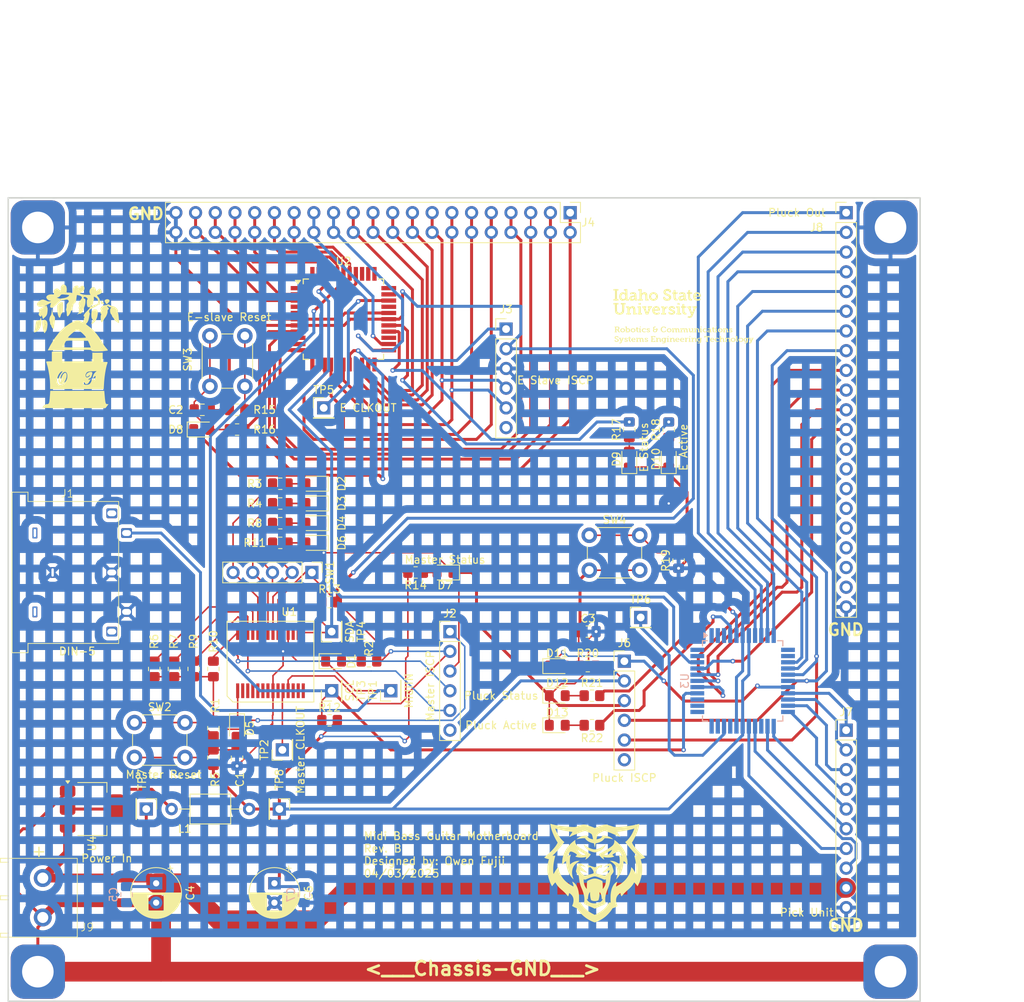
<source format=kicad_pcb>
(kicad_pcb (version 20241229) (generator "pcbnew") (generator_version "9.0")
  (layers (0 "F.Cu" signal) (2 "B.Cu" signal) (13 "F.Paste" user) (15 "B.Paste" user) (5 "F.SilkS" user "F.Silkscreen") (7 "B.SilkS" user "B.Silkscreen") (1 "F.Mask" user) (3 "B.Mask" user) (25 "Edge.Cuts" user))
  (net 0 "")
  (net 1 "Net-(C1-Pad1)")
  (net 2 "GND")
  (net 3 "Net-(C2-Pad1)")
  (net 4 "Net-(C3-Pad1)")
  (net 8 "Net-(D1-A)")
  (net 9 "Net-(D2-A)")
  (net 10 "Earth_GND")
  (net 11 "Net-(D3-A)")
  (net 12 "Net-(D4-A)")
  (net 13 "Net-(U1-RE3{slash}~{MCLR}{slash}Vpp)")
  (net 14 "Net-(D6-A)")
  (net 15 "Net-(D7-A)")
  (net 16 "MSCLR E")
  (net 17 "Net-(D9-A)")
  (net 18 "Net-(D10-A)")
  (net 19 "MSCLR P")
  (net 20 "Net-(D12-A)")
  (net 21 "Net-(D13-A)")
  (net 29 "Net-(U4-VO)")
  (net 30 "Net-(R19-Pad2)")
  (net 32 "+5v")
  (net 33 "RB6M")
  (net 34 "RB7M")
  (net 36 "B1")
  (net 37 "C2")
  (net 38 "Net-(D1-K)")
  (net 39 "G1")
  (net 40 "RB6 P")
  (net 41 "F2")
  (net 42 "E2")
  (net 43 "A#2")
  (net 44 "A2")
  (net 46 "RB7 P")
  (net 47 "+12v")
  (net 48 "Net-(R1-Pad2)")
  (net 49 "8")
  (net 50 "4")
  (net 51 "Net-(U1-P1D{slash}AN11{slash}RB4)")
  (net 52 "Net-(U1-~{T1G}{slash}AN13{slash}RB5)")
  (net 53 "2")
  (net 54 "1")
  (net 55 "I2Cclk")
  (net 56 "I2Cdat")
  (net 57 "Net-(U1-RC0{slash}T1OSO{slash}T1CK1)")
  (net 58 "Net-(R15-Pad2)")
  (net 59 "Net-(U2-RE1{slash}AN6{slash}PSMC3B)")
  (net 60 "Net-(U2-RE2{slash}AN7{slash}PSMC3A)")
  (net 61 "Net-(U3-RA0{slash}AN0{slash}CxIN0-)")
  (net 62 "Net-(U3-RA5{slash}AN4{slash}C2OUT{slash}OPA1IN+)")
  (net 63 "Net-(U3-RA1{slash}AN1{slash}CxIN1-{slash}OPA1OUT)")
  (net 64 "Net-(U3-RE2{slash}AN7{slash}PSMC3A)")
  (net 65 "Net-(U3-RA2{slash}AN2{slash}CxIN0+{slash}DAC1OUT1)")
  (net 66 "Net-(U3-RA4{slash}C1OUT{slash}OPA1IN+{slash}T0CKI)")
  (net 67 "Net-(U3-RE1{slash}AN6{slash}PSMC3B)")
  (net 68 "Net-(U3-RA3{slash}AN3{slash}VREF+{slash}C1IN1+)")
  (net 69 "/String Strike Slave/G MUTE")
  (net 70 "/String Strike Slave/A0")
  (net 71 "/String Strike Slave/A MUTE")
  (net 72 "/String Strike Slave/E MUTE")
  (net 73 "/String Strike Slave/D MUTE")
  (net 74 "/String Strike Slave/D0")
  (net 75 "/String Strike Slave/D1")
  (net 76 "/String Strike Slave/E0")
  (net 77 "/String Strike Slave/A1")
  (net 78 "/String Strike Slave/E1")
  (net 79 "Net-(U1-CLKOUT{slash}OSC2{slash}RA6)")
  (net 80 "Net-(U2-RA6{slash}C2OUT{slash}CLKOUT)")
  (net 81 "Net-(U3-RA6{slash}C2OUT{slash}CLKOUT)")
  (net 93 "G#1")
  (net 94 "D2")
  (net 95 "D#2")
  (net 97 "G#2")
  (net 98 "F#2")
  (net 99 "A1")
  (net 101 "C#2")
  (net 102 "C3")
  (net 103 "A#1")
  (net 104 "F#1")
  (net 105 "F1")
  (net 107 "G2")
  (net 108 "B2")
  (net 118 "Net-(U3-RD7{slash}C4OUT{slash}PSMC3C)")
  (net 119 "Net-(U3-RD6{slash}PSMC3D)")
  (footprint "Connector_PinHeader_2.54mm:PinHeader_1x01_P2.54mm_Vertical" (layer "F.Cu") (at 120.65 206.375 -90)
    (property "Reference" "TP8")
    (property "Value" "5v")
  )
  (footprint "Diode_SMD:D_0805_2012Metric_Pad1.15x1.40mm_HandSolder" (layer "F.Cu") (at 125.095 169.545 180)
    (property "Reference" "D4")
    (property "Value" "2")
  )
  (footprint "Connector_PinHeader_2.54mm:PinHeader_1x01_P2.54mm_Vertical" (layer "F.Cu") (at 127.39 183.515 90)
    (property "Reference" "TP4")
    (property "Value" "SDA")
  )
  (footprint "Capacitor_THT:CP_Radial_D6.3mm_P2.50mm" (layer "F.Cu") (at 104.775 215.94 -90)
    (property "Reference" "C4")
    (property "Value" "100uF")
  )
  (footprint "Diode_SMD:D_0805_2012Metric_Pad1.15x1.40mm_HandSolder" (layer "F.Cu") (at 115.198 195.97 -90)
    (property "Reference" "D5")
    (property "Value" "4148")
  )
  (footprint "Resistor_SMD:R_0805_2012Metric_Pad1.20x1.40mm_HandSolder" (layer "F.Cu") (at 165.735 157.505 90)
    (property "Reference" "R17")
    (property "Value" "330Ω")
  )
  (footprint "Connector_PinHeader_2.54mm:PinHeader_1x01_P2.54mm_Vertical" (layer "F.Cu") (at 103.505 206.375 -90)
    (property "Reference" "TP7")
    (property "Value" "P-IN")
  )
  (footprint "Connector_PinHeader_2.54mm:PinHeader_1x05_P2.54mm_Vertical" (layer "F.Cu") (at 124.845 175.895 -90)
    (property "Reference" "SW1")
    (property "Value" "~")
  )
  (footprint "Logos:Wisteria Logo .75x.75" (layer "F.Cu") (at 94.615 146.685)
    (property "Reference" "G***")
    (property "Value" "LOGO" (hide yes))
  )
  (footprint "OF Footprints:TQFP-44_10x10mm_P0.8mm_Handsolder" (layer "F.Cu") (at 128.905 143.265)
    (property "Reference" "U2")
    (property "Value" "PIC16F1789")
  )
  (footprint "Resistor_SMD:R_0805_2012Metric_Pad1.20x1.40mm_HandSolder" (layer "F.Cu") (at 127.12 194.945)
    (property "Reference" "R12")
    (property "Value" "2.2kΩ")
  )
  (footprint "Capacitor_THT:CP_Radial_D6.3mm_P2.50mm" (layer "F.Cu") (at 120.015 215.94 -90)
    (property "Reference" "C6")
    (property "Value" "100uF")
  )
  (footprint "Resistor_SMD:R_0805_2012Metric_Pad1.20x1.40mm_HandSolder" (layer "F.Cu") (at 120.77 169.545 180)
    (property "Reference" "R8")
    (property "Value" "330Ω")
  )
  (footprint "OF Footprints:Din_5 Connector" (layer "F.Cu") (at 99.06 175.895 -90)
    (property "Reference" "J1")
    (property "Value" "DIN-5")
  )
  (footprint "OF Footprints:6-32 Mount" (layer "F.Cu") (at 199.39 227.33)
    (property "Reference" "REF**")
    (property "Value" "6-32 Mount")
  )
  (footprint "Diode_SMD:D_0805_2012Metric_Pad1.15x1.40mm_HandSolder" (layer "F.Cu") (at 125.095 164.465 180)
    (property "Reference" "D2")
    (property "Value" "8")
  )
  (footprint "Diode_SMD:D_0805_2012Metric_Pad1.15x1.40mm_HandSolder" (layer "F.Cu") (at 156.455 191.77)
    (property "Reference" "D12")
    (property "Value" "Pluck Status")
  )
  (footprint "Connector_PinHeader_2.54mm:PinHeader_1x01_P2.54mm_Vertical" (layer "F.Cu") (at 127.39 191.135 90)
    (property "Reference" "TP3")
    (property "Value" "SCL")
  )
  (footprint "Resistor_SMD:R_0805_2012Metric_Pad1.20x1.40mm_HandSolder" (layer "F.Cu") (at 107.07 188.325 90)
    (property "Reference" "R7")
    (property "Value" "10kΩ")
  )
  (footprint "Diode_SMD:D_0805_2012Metric_Pad1.15x1.40mm_HandSolder" (layer "F.Cu") (at 125.095 172.085 180)
    (property "Reference" "D6")
    (property "Value" "1")
  )
  (footprint "Diode_SMD:D_0805_2012Metric_Pad1.15x1.40mm_HandSolder" (layer "F.Cu") (at 156.455 187.96)
    (property "Reference" "D11")
    (property "Value" "4148")
  )
  (footprint "Diode_SMD:D_0805_2012Metric_Pad1.15x1.40mm_HandSolder" (layer "F.Cu") (at 165.735 161.29 90)
    (property "Reference" "D9")
    (property "Value" "E Status")
  )
  (footprint "Resistor_SMD:R_0805_2012Metric_Pad1.20x1.40mm_HandSolder" (layer "F.Cu") (at 172.085 174.355 90)
    (property "Reference" "R19")
    (property "Value" "10Ω")
  )
  (footprint "Diode_SMD:D_0805_2012Metric_Pad1.15x1.40mm_HandSolder" (layer "F.Cu") (at 141.9925 175.8975 180)
    (property "Reference" "D7")
    (property "Value" "Master Status")
  )
  (footprint "Capacitor_SMD:C_0805_2012Metric_Pad1.18x1.45mm_HandSolder" (layer "F.Cu") (at 110.7225 154.94)
    (property "Reference" "C2")
    (property "Value" "10uF")
  )
  (footprint "OF Footprints:6-32 Mount" (layer "F.Cu") (at 89.535 227.33)
    (property "Reference" "REF**")
    (property "Value" "6-32 Mount")
  )
  (footprint "Resistor_SMD:R_0805_2012Metric_Pad1.20x1.40mm_HandSolder" (layer "F.Cu") (at 127.12 179.705)
    (property "Reference" "R13")
    (property "Value" "2.2kΩ")
  )
  (footprint "Connector_PinHeader_2.54mm:PinHeader_1x06_P2.54mm_Vertical" (layer "F.Cu") (at 142.63 183.515)
    (property "Reference" "J2")
    (property "Value" "Master ISCP")
  )
  (footprint "Resistor_SMD:R_0805_2012Metric_Pad1.20x1.40mm_HandSolder" (layer "F.Cu") (at 112.15 188.325 90)
    (property "Reference" "R10")
    (property "Value" "10kΩ")
  )
  (footprint "Connector_PinHeader_2.54mm:PinHeader_1x10_P2.54mm_Vertical" (layer "F.Cu") (at 193.675 196.215)
    (property "Reference" "J7")
    (property "Value" "Pick Unit")
  )
  (footprint "Button_Switch_THT:SW_PUSH_6mm_H5mm" (layer "F.Cu") (at 160.58 171.105)
    (property "Reference" "SW4")
    (property "Value" "Pluck Reset")
  )
  (footprint "OF footprints:SSOP-28" (layer "F.Cu") (at 119.505 187.385)
    (property "Reference" "U1")
    (property "Value" "PIC16F1788")
  )
  (footprint "Resistor_SMD:R_0805_2012Metric_Pad1.20x1.40mm_HandSolder" (layer "F.Cu") (at 120.77 167.005 180)
    (property "Reference" "R4")
    (property "Value" "330Ω")
  )
  (footprint "Button_Switch_THT:SW_PUSH_6mm_H5mm" (layer "F.Cu") (at 101.99 195.235)
    (property "Reference" "SW2")
    (property "Value" "Master Reset")
  )
  (footprint "Resistor_SMD:R_0805_2012Metric_Pad1.20x1.40mm_HandSolder" (layer "F.Cu") (at 104.53 188.325 90)
    (property "Reference" "R6")
    (property "Value" "10kΩ")
  )
  (footprint "OF footprints:Two_Pin_Screw_Terminal" (layer "F.Cu") (at 90.17 217.805 -90)
    (property "Reference" "J9")
    (property "Value" "Power In")
  )
  (footprint "Capacitor_SMD:C_0805_2012Metric_Pad1.18x1.45mm_HandSolder" (layer "F.Cu") (at 160.4225 183.515)
    (property "Reference" "C3")
    (property "Value" "10uF")
  )
  (footprint "Connector_PinHeader_2.54mm:PinHeader_1x06_P2.54mm_Vertical" (layer "F.Cu") (at 149.86 144.535)
    (property "Reference" "J3")
    (property "Value" "E SLAVE ISCP" (hide yes))
  )
  (footprint "Button_Switch_THT:SW_PUSH_6mm_H5mm" (layer "F.Cu") (at 116.205 145.415 -90)
    (property "Reference" "SW3")
    (property "Value" "E-slave Reset")
  )
  (footprint "Connector_PinHeader_2.54mm:PinHeader_1x01_P2.54mm_Vertical" (layer "F.Cu") (at 121.04 198.755 90)
    (property "Reference" "TP2")
    (property "Value" "Master CLKOUT")
  )
  (footprint "Capacitor_SMD:C_0805_2012Metric_Pad1.18x1.45mm_HandSolder" (layer "F.Cu") (at 115.198 199.7925 -90)
    (property "Reference" "C1")
    (property "Value" "10uF")
  )
  (footprint "OF Footprints:6-32 Mount" (layer "F.Cu") (at 89.535 131.445)
    (property "Reference" "REF**")
    (property "Value" "6-32 Mount")
  )
  (footprint "Logos:ISU 1inch" (layer "F.Cu") (at 169.653517 142.805378)
    (property "Reference" "G***")
    (property "Value" "LOGO" (hide yes))
  )
  (footprint "Resistor_SMD:R_0805_2012Metric_Pad1.20x1.40mm_HandSolder" (layer "F.Cu") (at 115.205 157.48)
    (property "Reference" "R16")
    (property "Value" "10kΩ")
  )
  (footprint "Connector_PinHeader_2.54mm:PinHeader_1x01_P2.54mm_Vertical" (layer "F.Cu") (at 167.2025 181.695)
    (property "Reference" "TP6")
    (property "Value" "PLUCK CLKOUT")
  )
  (footprint "Resistor_SMD:R_0805_2012Metric_Pad1.20x1.40mm_HandSolder" (layer "F.Cu") (at 138.2075 175.8975 180)
    (property "Reference" "R14")
    (property "Value" "330Ω")
  )
  (footprint "Resistor_SMD:R_0805_2012Metric_Pad1.20x1.40mm_HandSolder" (layer "F.Cu") (at 109.61 188.325 90)
    (property "Reference" "R9")
    (property "Value" "10kΩ")
  )
  (footprint "Diode_SMD:D_0805_2012Metric_Pad1.15x1.40mm_HandSolder" (layer "F.Cu") (at 110.64 157.48)
    (property "Reference" "D8")
    (property "Value" "4148")
  )
  (footprint "Package_TO_SOT_SMD:SOT-223-3_TabPin2" (layer "F.Cu") (at 96.52 206.375)
    (property "Reference" "U4")
    (property "Value" "LM1117MP-1.8")
  )
  (footprint "OF Footprints:PinHeader_2x21_P2.54mm_Vertical" (layer "F.Cu") (at 158.115 129.54 -90)
    (property "Reference" "J4")
    (property "Value" "E Slave Out")
  )
  (footprint "Resistor_SMD:R_0805_2012Metric_Pad1.20x1.40mm_HandSolder" (layer "F.Cu") (at 160.385 187.96)
    (property "Reference" "R20")
    (property "Value" "10kΩ")
  )
  (footprint "Resistor_SMD:R_0805_2012Metric_Pad1.20x1.40mm_HandSolder" (layer "F.Cu") (at 115.205 154.94)
    (property "Reference" "R15")
    (property "Value" "10Ω")
  )
  (footprint "Diode_SMD:D_0805_2012Metric_Pad1.15x1.40mm_HandSolder" (layer "F.Cu") (at 156.455 195.58)
    (property "Reference" "D13")
    (property "Value" "Pluck Active")
  )
  (footprint "Logos:Bengal Head .5x.5" (layer "F.Cu") (at 161.29 214.63)
    (property "Reference" "G***")
    (property "Value" "LOGO" (hide yes))
  )
  (footprint "Connector_PinHeader_2.54mm:PinHeader_1x01_P2.54mm_Vertical" (layer "F.Cu") (at 135.01 191.135 90)
    (property "Reference" "TP1")
    (property "Value" "MidiIN")
  )
  (footprint "Diode_SMD:D_0805_2012Metric_Pad1.15x1.40mm_HandSolder" (layer "F.Cu") (at 170.815 161.29 90)
    (property "Reference" "D10")
    (property "Value" "E Active")
  )
  (footprint "Resistor_SMD:R_0805_2012Metric_Pad1.20x1.40mm_HandSolder" (layer "F.Cu") (at 132.2 187.325)
    (property "Reference" "R2")
    (property "Value" "1kΩ")
  )
  (footprint "Resistor_SMD:R_0805_2012Metric_Pad1.20x1.40mm_HandSolder" (layer "F.Cu") (at 120.77 172.085 180)
    (property "Reference" "R11")
    (property "Value" "330Ω")
  )
  (footprint "Resistor_SMD:R_0805_2012Metric_Pad1.20x1.40mm_HandSolder" (layer "F.Cu") (at 160.925 195.58 180)
    (property "Reference" "R22")
    (property "Value" "330Ω")
  )
  (footprint "Resistor_SMD:R_0805_2012Metric_Pad1.20x1.40mm_HandSolder" (layer "F.Cu") (at 112.15 199.755 -90)
    (property "Reference" "R5")
    (property "Value" "10kΩ")
  )
  (footprint "Connector_PinHeader_2.54mm:PinHeader_1x01_P2.54mm_Vertical" (layer "F.Cu") (at 126.365 154.695)
    (property "Reference" "TP5")
    (property "Value" "E CLKOUT")
  )
  (footprint "Diode_SMD:D_0805_2012Metric_Pad1.15x1.40mm_HandSolder" (layer "F.Cu") (at 127.635 187.325)
    (property "Reference" "D1")
    (property "Value" "LED")
  )
  (footprint "Diode_SMD:D_0805_2012Metric_Pad1.15x1.40mm_HandSolder" (layer "F.Cu") (at 125.095 167.005 180)
    (property "Reference" "D3")
    (property "Value" "4")
  )
  (footprint "Connector_PinHeader_2.54mm:PinHeader_1x21_P2.54mm_Vertical" (layer "F.Cu") (at 193.675 129.54)
    (property "Reference" "J8")
    (property "Value" "Pluck Out")
  )
  (footprint "Resistor_SMD:R_0805_2012Metric_Pad1.20x1.40mm_HandSolder" (layer "F.Cu") (at 160.925 191.77)
    (property "Reference" "R21")
    (property "Value" "330Ω")
  )
  (footprint "OF Footprints:6-32 Mount" (layer "F.Cu") (at 199.39 131.445)
    (property "Reference" "REF**")
    (property "Value" "6-32 Mount")
  )
  (footprint "Resistor_SMD:R_0805_2012Metric_Pad1.20x1.40mm_HandSolder" (layer "F.Cu") (at 170.815 157.505 90)
    (property "Reference" "R18")
    (property "Value" "330Ω")
  )
  (footprint "Inductor_THT:L_Axial_L5.0mm_D3.6mm_P10.00mm_Horizontal_Murata_BL01RN1A2A2" (layer "F.Cu") (at 106.76 206.375)
    (property "Reference" "L1")
    (property "Value" "10uH")
  )
  (footprint "Resistor_SMD:R_0805_2012Metric_Pad1.20x1.40mm_HandSolder" (layer "F.Cu") (at 120.77 164.465 180)
    (property "Reference" "R3")
    (property "Value" "330Ω")
  )
  (footprint "Resistor_SMD:R_0805_2012Metric_Pad1.20x1.40mm_HandSolder" (layer "F.Cu") (at 112.15 195.945 -90)
    (property "Reference" "R1")
    (property "Value" "10Ω")
  )
  (footprint "Connector_PinHeader_2.54mm:PinHeader_1x06_P2.54mm_Vertical" (layer "F.Cu") (at 165.1 187.325)
    (property "Reference" "J6")
    (property "Value" "Pluck ISCP")
  )
  (footprint "OF Footprints:TQFP-44_10x10mm_P0.8mm_Handsolder" (layer "B.Cu") (at 180.34 189.865 -90)
    (property "Reference" "U3")
    (property "Value" "PIC16F1789")
  )
  (footprint "Capacitor_SMD:C_0805_2012Metric_Pad1.18x1.45mm_HandSolder" (layer "B.Cu") (at 100.965 217.4025 -90)
    (property "Reference" "C5")
    (property "Value" "0.1uF")
  )
  (footprint "Capacitor_SMD:C_0805_2012Metric_Pad1.18x1.45mm_HandSolder" (layer "B.Cu") (at 123.825 217.4025 -90)
    (property "Reference" "C7")
    (property "Value" "0.1uF")
  )
  (gr_rect (start 85.725 127.635) (end 203.2 231.14) (stroke (width 0.2)) (fill no) (layer "Edge.Cuts"))
  (gr_text "GND" (at 191.135 222.25 0) (layer "F.SilkS") (effects (font (size 1.5 1.5) (thickness 0.3) (bold yes)) (justify left bottom)))
  (gr_text "+" (at 88.9 210.82 270) (layer "F.SilkS") (effects (font (size 1.524 1.524) (thickness 0.1905)) (justify left bottom)))
  (gr_text "GND" (at 100.965 130.565 0) (layer "F.SilkS") (effects (font (size 1.5 1.5) (thickness 0.3) (bold yes)) (justify left bottom)))
  (gr_text "Midi Bass Guitar Motherboard\nRev. B\nDesigned by: Owen Fujii\n04/03/2025" (at 131.445 215.265 0) (layer "F.SilkS") (effects (font (size 1 1)) (justify left bottom)))
  (gr_text "<___Chassis-GND___>" (at 131.445 227.965 0) (layer "F.SilkS") (effects (font (size 1.778 1.778) (thickness 0.3556) (bold yes)) (justify left bottom)))
  (gr_text "GND" (at 191.135 184.15 0) (layer "F.SilkS") (effects (font (size 1.5 1.5) (thickness 0.3) (bold yes)) (justify left bottom)))
  (segment (start 108.49 199.735) (end 111.17 199.735) (width 0.2) (layer "F.Cu") (net 1))
  (segment (start 111.17 199.735) (end 112.15 198.755) (width 0.2) (layer "F.Cu") (net 1))
  (segment (start 115.198 196.995) (end 115.198 198.755) (width 0.2) (layer "F.Cu") (net 1))
  (segment (start 115.198 198.755) (end 112.15 198.755) (width 0.2) (layer "F.Cu") (net 1))
  (segment (start 101.99 199.735) (end 108.49 199.735) (width 0.2) (layer "F.Cu") (net 1))
  (segment (start 155.43 195.58) (end 155.43 191.77) (width 0.19812) (layer "F.Cu") (net 2))
  (segment (start 143.781 176.661) (end 143.781 187.444) (width 0.2) (layer "F.Cu") (net 2))
  (segment (start 160.48494 188.44489) (end 158.70183 190.228) (width 0.19812) (layer "F.Cu") (net 2))
  (segment (start 126.12 164.465) (end 126.12 172.085) (width 0.2) (layer "F.Cu") (net 2))
  (segment (start 121.13 183.635) (end 121.13 186.055) (width 0.19812) (layer "F.Cu") (net 2))
  (segment (start 173.1765 174.2635) (end 173.1765 165.5565) (width 0.381) (layer "F.Cu") (net 2))
  (segment (start 119.008 196.0945) (end 119.77 195.3325) (width 0.2) (layer "F.Cu") (net 2))
  (segment (start 173.1765 165.5565) (end 170.815 163.195) (width 0.381) (layer "F.Cu") (net 2))
  (segment (start 119.77 194.31) (end 119.83 194.25) (width 0.2) (layer "F.Cu") (net 2))
  (segment (start 140.475 173.355) (end 143.0175 175.8975) (width 0.19812) (layer "F.Cu") (net 2))
  (segment (start 123.063 143.265) (end 128.33 143.265) (width 0.381) (layer "F.Cu") (net 2))
  (segment (start 161.46 183.515) (end 160.48494 184.49006) (width 0.19812) (layer "F.Cu") (net 2))
  (segment (start 160.48494 184.49006) (end 160.48494 188.44489) (width 0.19812) (layer "F.Cu") (net 2))
  (segment (start 126.365 173.355) (end 140.475 173.355) (width 0.19812) (layer "F.Cu") (net 2))
  (segment (start 104.53 189.325) (end 112.15 189.325) (width 0.2) (layer "F.Cu") (net 2))
  (segment (start 165.1 192.405) (end 164.465 193.04) (width 0.381) (layer "F.Cu") (net 2))
  (segment (start 143.781 187.444) (end 142.63 188.595) (width 0.2) (layer "F.Cu") (net 2))
  (segment (start 126.365 173.355) (end 126.365 172.33) (width 0.19812) (layer "F.Cu") (net 2))
  (segment (start 156.7 193.04) (end 156.1375 192.4775) (width 0.381) (layer "F.Cu") (net 2))
  (segment (start 107.315 132.08) (end 107.315 135.4) (width 0.381) (layer "F.Cu") (net 2))
  (segment (start 121.13 186.055) (end 121.13 187.8915) (width 0.19812) (layer "F.Cu") (net 2))
  (segment (start 107.315 135.4) (end 115.18 143.265) (width 0.381) (layer "F.Cu") (net 2))
  (segment (start 113.2995 196.0945) (end 119.008 196.0945) (width 0.2) (layer "F.Cu") (net 2))
  (segment (start 111.76 154.94) (end 114.205 154.94) (width 0.19812) (layer "F.Cu") (net 2))
  (segment (start 115.18 143.265) (end 114.205 144.24) (width 0.381) (layer "F.Cu") (net 2))
  (segment (start 119.77 195.3325) (end 119.77 194.31) (width 0.2) (layer "F.Cu") (net 2))
  (segment (start 128.33 143.265) (end 129.13 142.465) (width 0.381) (layer "F.Cu") (net 2))
  (segment (start 145.4175 175.8975) (end 143.0175 175.8975) (width 0.381) (layer "F.Cu") (net 2))
  (segment (start 123.063 143.265) (end 115.18 143.265) (width 0.381) (layer "F.Cu") (net 2))
  (segment (start 170.815 163.195) (end 170.815 162.315) (width 0.381) (layer "F.Cu") (net 2))
  (segment (start 112.15 194.945) (end 113.2995 196.0945) (width 0.2) (layer "F.Cu") (net 2))
  (segment (start 170.815 167.005) (end 170.815 162.315) (width 0.381) (layer "F.Cu") (net 2))
  (segment (start 121.13 187.8915) (end 119.83 189.1915) (width 0.19812) (layer "F.Cu") (net 2))
  (segment (start 156.972 190.228) (end 155.43 191.77) (width 0.19812) (layer "F.Cu") (net 2))
  (segment (start 158.70183 190.228) (end 156.972 190.228) (width 0.19812) (layer "F.Cu") (net 2))
  (segment (start 114.205 144.24) (end 114.205 154.94) (width 0.381) (layer "F.Cu") (net 2))
  (segment (start 156.1375 192.4775) (end 155.43 191.77) (width 0.381) (layer "F.Cu") (net 2))
  (segment (start 126.365 172.33) (end 126.12 172.085) (width 0.19812) (layer "F.Cu") (net 2))
  (segment (start 164.465 193.04) (end 156.7 193.04) (width 0.381) (layer "F.Cu") (net 2))
  (segment (start 172.085 175.355) (end 173.1765 174.2635) (width 0.381) (layer "F.Cu") (net 2))
  (segment (start 119.83 194.25) (end 119.83 191.135) (width 0.2) (layer "F.Cu") (net 2))
  (segment (start 143.0175 175.8975) (end 143.781 176.661) (width 0.2) (layer "F.Cu") (net 2))
  (segment (start 112.15 194.945) (end 112.15 189.325) (width 0.2) (layer "F.Cu") (net 2))
  (segment (start 146.05 182.39) (end 146.05 176.53) (width 0.381) (layer "F.Cu") (net 2))
  (segment (start 156.1375 192.4775) (end 146.05 182.39) (width 0.381) (layer "F.Cu") (net 2))
  (segment (start 119.83 189.1915) (end 119.83 191.135) (width 0.19812) (layer "F.Cu") (net 2))
  (segment (start 115.198 200.83) (end 119.77 196.258) (width 0.2) (layer "F.Cu") (net 2))
  (segment (start 111.705 154.9) (end 111.665 154.94) (width 0.19812) (layer "F.Cu") (net 2))
  (segment (start 119.77 196.258) (end 119.77 195.3325) (width 0.2) (layer "F.Cu") (net 2))
  (segment (start 165.735 162.315) (end 170.815 162.315) (width 0.19812) (layer "F.Cu") (net 2))
  (segment (start 146.05 176.53) (end 145.4175 175.8975) (width 0.381) (layer "F.Cu") (net 2))
  (segment (start 129.13 142.465) (end 134.747 142.465) (width 0.381) (layer "F.Cu") (net 2))
  (via (at 121.13 186.055) (size 0.6) (drill 0.3) (layers "F.Cu" "B.Cu") (net 2))
  (via (at 126.365 173.355) (size 0.6) (drill 0.3) (layers "F.Cu" "B.Cu") (net 2))
  (via (at 170.815 167.005) (size 0.6) (drill 0.3) (layers "F.Cu" "B.Cu") (net 2))
  (segment (start 123.825 218.44) (end 120.015 218.44) (width 0.381) (layer "B.Cu") (net 2))
  (segment (start 174.72 175.355) (end 172.085 175.355) (width 0.381) (layer "B.Cu") (net 2))
  (segment (start 172.085 153.035) (end 172.72 153.67) (width 0.381) (layer "B.Cu") (net 2))
  (segment (start 179.54 189.395) (end 179.54 195.707) (width 0.381) (layer "B.Cu") (net 2))
  (segment (start 180.34 184.023) (end 180.34 188.595) (width 0.381) (layer "B.Cu") (net 2))
  (segment (start 180.34 180.975) (end 174.72 175.355) (width 0.381) (layer "B.Cu") (net 2))
  (segment (start 172.72 153.67) (end 172.72 154.305) (width 0.381) (layer "B.Cu") (net 2))
  (segment (start 180.34 184.023) (end 180.34 180.975) (width 0.381) (layer "B.Cu") (net 2))
  (segment (start 153.28 153.035) (end 172.085 153.035) (width 0.381) (layer "B.Cu") (net 2))
  (segment (start 107.315 129.295) (end 107.315 131.835) (width 0.381) (layer "B.Cu") (net 2))
  (segment (start 149.86 149.615) (end 153.28 153.035) (width 0.381) (layer "B.Cu") (net 2))
  (segment (start 172.72 154.305) (end 172.72 165.1) (width 0.381) (layer "B.Cu") (net 2))
  (segment (start 180.34 188.595) (end 179.54 189.395) (width 0.381) (layer "B.Cu") (net 2))
  (segment (start 172.72 165.1) (end 170.815 167.005) (width 0.381) (layer "B.Cu") (net 2))
  (segment (start 114.205 157.48) (end 114.205 158.115) (width 0.2) (layer "F.Cu") (net 3))
  (segment (start 111.665 157.48) (end 114.205 157.48) (width 0.2) (layer "F.Cu") (net 3))
  (segment (start 109.685 155.5) (end 111.665 157.48) (width 0.19812) (layer "F.Cu") (net 3))
  (segment (start 109.685 153.935) (end 111.705 151.915) (width 0.19812) (layer "F.Cu") (net 3))
  (segment (start 111.705 145.415) (end 111.705 151.915) (width 0.19812) (layer "F.Cu") (net 3))
  (segment (start 109.685 154.94) (end 109.685 155.5) (width 0.19812) (layer "F.Cu") (net 3))
  (segment (start 109.685 154.94) (end 109.685 153.935) (width 0.19812) (layer "F.Cu") (net 3))
  (segment (start 157.48 187.96) (end 159.385 187.96) (width 0.19812) (layer "F.Cu") (net 4))
  (segment (start 159.215 187.79) (end 159.385 187.96) (width 0.19812) (layer "F.Cu") (net 4))
  (segment (start 159.215 183.515) (end 159.215 187.79) (width 0.19812) (layer "F.Cu") (net 4))
  (segment (start 159.385 176.8) (end 160.58 175.605) (width 0.381) (layer "F.Cu") (net 4))
  (segment (start 160.58 175.605) (end 167.08 175.605) (width 0.19812) (layer "F.Cu") (net 4))
  (segment (start 159.385 183.515) (end 159.385 176.8) (width 0.381) (layer "F.Cu") (net 4))
  (segment (start 128.66 187.325) (end 131.2 187.325) (width 0.2) (layer "F.Cu") (net 8))
  (segment (start 121.77 164.465) (end 124.07 164.465) (width 0.2) (layer "F.Cu") (net 9))
  (segment (start 87.63 208.915) (end 86.995 209.55) (width 0.381) (layer "F.Cu") (net 10))
  (segment (start 89.535 221.615) (end 89.535 227.33) (width 0.381) (layer "F.Cu") (net 10))
  (segment (start 93.37 204.075) (end 88.53 208.915) (width 0.381) (layer "F.Cu") (net 10))
  (segment (start 105.41 219.075) (end 105.016 218.681) (width 2.54) (layer "F.Cu") (net 10))
  (segment (start 105.41 227.33) (end 89.535 227.33) (width 2.54) (layer "F.Cu") (net 10))
  (segment (start 105.41 227.33) (end 105.41 219.075) (width 2.54) (layer "F.Cu") (net 10))
  (segment (start 90.17 220.345) (end 92.075 218.44) (width 1.143) (layer "F.Cu") (net 10))
  (segment (start 105.016 218.681) (end 104.775 218.681) (width 2.54) (layer "F.Cu") (net 10))
  (segment (start 86.995 217.17) (end 90.17 220.345) (width 0.381) (layer "F.Cu") (net 10))
  (segment (start 90.17 220.345) (end 90.17 220.98) (width 0.381) (layer "F.Cu") (net 10))
  (segment (start 92.075 218.44) (end 104.775 218.44) (width 1.143) (layer "F.Cu") (net 10))
  (segment (start 86.995 209.55) (end 86.995 217.17) (width 0.381) (layer "F.Cu") (net 10))
  (segment (start 199.39 227.33) (end 105.41 227.33) (width 2.54) (layer "F.Cu") (net 10))
  (segment (start 88.53 208.915) (end 87.63 208.915) (width 0.381) (layer "F.Cu") (net 10))
  (segment (start 90.17 220.98) (end 89.535 221.615) (width 0.381) (layer "F.Cu") (net 10))
  (segment (start 100.965 218.44) (end 104.775 218.44) (width 0.381) (layer "B.Cu") (net 10))
  (segment (start 121.77 167.005) (end 124.07 167.005) (width 0.2) (layer "F.Cu") (net 11))
  (segment (start 121.77 169.545) (end 124.07 169.545) (width 0.2) (layer "F.Cu") (net 12))
  (segment (start 115.198 194.945) (end 117.865 194.945) (width 0.2) (layer "F.Cu") (net 13))
  (segment (start 115.28 191.135) (end 115.28 194.863) (width 0.2) (layer "F.Cu") (net 13))
  (segment (start 115.28 194.863) (end 115.198 194.945) (width 0.2) (layer "F.Cu") (net 13))
  (via (at 117.865 194.945) (size 0.6) (drill 0.3) (layers "F.Cu" "B.Cu") (net 13))
  (segment (start 144.535 193.396346) (end 144.535 185.42) (width 0.2) (layer "B.Cu") (net 13))
  (segment (start 144.535 185.42) (end 142.63 183.515) (width 0.2) (layer "B.Cu") (net 13))
  (segment (start 142.986346 194.945) (end 144.535 193.396346) (width 0.2) (layer "B.Cu") (net 13))
  (segment (start 117.865 194.945) (end 142.986346 194.945) (width 0.2) (layer "B.Cu") (net 13))
  (segment (start 121.77 172.085) (end 124.07 172.085) (width 0.2) (layer "F.Cu") (net 14))
  (segment (start 139.2075 175.8975) (end 140.9675 175.8975) (width 0.2) (layer "F.Cu") (net 15))
  (segment (start 130.222 147.32) (end 130.81 147.32) (width 0.381) (layer "F.Cu") (net 16))
  (segment (start 133.5285 163.3735) (end 133.985 163.83) (width 0.381) (layer "F.Cu") (net 16))
  (segment (start 109.615 157.48) (end 115.5085 163.3735) (width 0.381) (layer "F.Cu") (net 16))
  (segment (start 115.5085 163.3735) (end 133.5285 163.3735) (width 0.381) (layer "F.Cu") (net 16))
  (segment (start 129.705 147.837) (end 130.222 147.32) (width 0.381) (layer "F.Cu") (net 16))
  (segment (start 129.705 149.107) (end 129.705 147.837) (width 0.381) (layer "F.Cu") (net 16))
  (via (at 130.81 147.32) (size 0.6) (drill 0.3) (layers "F.Cu" "B.Cu") (net 16))
  (via (at 133.985 163.83) (size 0.6) (drill 0.3) (layers "F.Cu" "B.Cu") (net 16))
  (segment (start 143.51 148.59) (end 147.565 144.535) (width 0.381) (layer "B.Cu") (net 16))
  (segment (start 132.08 148.59) (end 143.51 148.59) (width 0.381) (layer "B.Cu") (net 16))
  (segment (start 130.81 147.32) (end 132.08 148.59) (width 0.381) (layer "B.Cu") (net 16))
  (segment (start 133.985 163.83) (end 133.985 150.495) (width 0.381) (layer "B.Cu") (net 16))
  (segment (start 147.565 144.535) (end 149.86 144.535) (width 0.381) (layer "B.Cu") (net 16))
  (segment (start 133.985 150.495) (end 130.81 147.32) (width 0.381) (layer "B.Cu") (net 16))
  (segment (start 165.735 158.505) (end 165.735 160.265) (width 0.2) (layer "F.Cu") (net 17))
  (segment (start 170.815 158.505) (end 170.815 160.265) (width 0.2) (layer "F.Cu") (net 18))
  (segment (start 172.7765 192.4615) (end 170.18 189.865) (width 0.381) (layer "F.Cu") (net 19))
  (segment (start 157.226 186.182) (end 157.208 186.182) (width 0.19812) (layer "F.Cu") (net 19))
  (segment (start 155.43 187.96) (end 157.208 186.182) (width 0.19812) (layer "F.Cu") (net 19))
  (segment (start 182.245 190.5) (end 180.2835 192.4615) (width 0.381) (layer "F.Cu") (net 19))
  (segment (start 180.2835 192.4615) (end 172.7765 192.4615) (width 0.381) (layer "F.Cu") (net 19))
  (via (at 170.18 189.865) (size 0.6) (drill 0.3) (layers "F.Cu" "B.Cu") (net 19))
  (via (at 182.245 190.5) (size 0.6) (drill 0.3) (layers "F.Cu" "B.Cu") (net 19))
  (via (at 157.226 186.182) (size 0.6) (drill 0.3) (layers "F.Cu" "B.Cu") (net 19))
  (segment (start 167.64 187.325) (end 165.1 187.325) (width 0.381) (layer "B.Cu") (net 19))
  (segment (start 164.465 186.69) (end 165.1 187.325) (width 0.19812) (layer "B.Cu") (net 19))
  (segment (start 182.41 190.665) (end 182.245 190.5) (width 0.381) (layer "B.Cu") (net 19))
  (segment (start 157.226 186.182) (end 157.353 186.182) (width 0.19812) (layer "B.Cu") (net 19))
  (segment (start 170.18 189.865) (end 167.64 187.325) (width 0.381) (layer "B.Cu") (net 19))
  (segment (start 186.182 190.665) (end 182.41 190.665) (width 0.381) (layer "B.Cu") (net 19))
  (segment (start 157.861 186.69) (end 164.465 186.69) (width 0.19812) (layer "B.Cu") (net 19))
  (segment (start 157.353 186.182) (end 157.861 186.69) (width 0.19812) (layer "B.Cu") (net 19))
  (segment (start 157.48 191.77) (end 159.925 191.77) (width 0.19812) (layer "F.Cu") (net 20))
  (segment (start 157.48 195.58) (end 159.925 195.58) (width 0.19812) (layer "F.Cu") (net 21))
  (segment (start 99.67 206.375) (end 93.37 206.375) (width 0.381) (layer "F.Cu") (net 29))
  (segment (start 100.965 205.08) (end 99.67 206.375) (width 0.381) (layer "F.Cu") (net 29))
  (segment (start 104.22 203.835) (end 100.965 203.835) (width 0.381) (layer "F.Cu") (net 29))
  (segment (start 100.965 203.835) (end 100.965 205.08) (width 0.381) (layer "F.Cu") (net 29))
  (segment (start 106.76 206.375) (end 104.22 203.835) (width 0.381) (layer "F.Cu") (net 29))
  (segment (start 160.58 171.105) (end 167.08 171.105) (width 0.19812) (layer "F.Cu") (net 30))
  (segment (start 169.33 173.355) (end 172.085 173.355) (width 0.19812) (layer "F.Cu") (net 30))
  (segment (start 167.08 171.105) (end 169.33 173.355) (width 0.19812) (layer "F.Cu") (net 30))
  (segment (start 118.19 144.065) (end 123.063 144.065) (width 0.381) (layer "F.Cu") (net 32))
  (segment (start 123.9825 175.895) (end 124.845 175.895) (width 0.19812) (layer "F.Cu") (net 32))
  (segment (start 120.65 215.305) (end 120.015 215.94) (width 0.381) (layer "F.Cu") (net 32))
  (segment (start 136.0805 143.265) (end 136.525 142.8205) (width 0.381) (layer "F.Cu") (net 32))
  (segment (start 123.063 144.065) (end 128.985 144.065) (width 0.381) (layer "F.Cu") (net 32))
  (segment (start 165.1 189.865) (end 163.195 187.96) (width 0.19812) (layer "F.Cu") (net 32))
  (segment (start 133.2 187.325) (end 133.755 187.325) (width 0.2) (layer "F.Cu") (net 32))
  (segment (start 120.65 202.415) (end 126.04475 197.02025) (width 0.381) (layer "F.Cu") (net 32))
  (segment (start 120.48 183.635) (end 120.48 179.3975) (width 0.19812) (layer "F.Cu") (net 32))
  (segment (start 137.331 197.0905) (end 136.803 197.6185) (width 0.2) (layer "F.Cu") (net 32))
  (segment (start 129.785 143.265) (end 134.747 143.265) (width 0.381) (layer "F.Cu") (net 32))
  (segment (start 133.2 187.325) (end 133.2 184.785) (width 0.2) (layer "F.Cu") (net 32))
  (segment (start 120.65 206.375) (end 120.65 215.305) (width 0.381) (layer "F.Cu") (net 32))
  (segment (start 128.12 194.945) (end 126.04475 197.02025) (width 0.2) (layer "F.Cu") (net 32))
  (segment (start 124.845 175.895) (end 124.845 176.43) (width 0.2) (layer "F.Cu") (net 32))
  (segment (start 163.195 187.96) (end 161.385 187.96) (width 0.19812) (layer "F.Cu") (net 32))
  (segment (start 133.755 187.325) (end 135.025 186.055) (width 0.2) (layer "F.Cu") (net 32))
  (segment (start 124.845 176.43) (end 128.12 179.705) (width 0.2) (layer "F.Cu") (net 32))
  (segment (start 116.76 206.375) (end 120.65 206.375) (width 0.381) (layer "F.Cu") (net 32))
  (segment (start 142.63 186.055) (end 137.331 191.354) (width 0.2) (layer "F.Cu") (net 32))
  (segment (start 136.525 142.8205) (end 136.525 139.7) (width 0.381) (layer "F.Cu") (net 32))
  (segment (start 128.12 177.95) (end 128.12 179.705) (width 0.381) (layer "F.Cu") (net 32))
  (segment (start 118.11 144.145) (end 118.19 144.065) (width 0.381) (layer "F.Cu") (net 32))
  (segment (start 118.11 155.575) (end 118.11 144.145) (width 0.381) (layer "F.Cu") (net 32))
  (segment (start 120.48 179.3975) (end 123.9825 175.895) (width 0.19812) (layer "F.Cu") (net 32))
  (segment (start 130.175 175.895) (end 128.12 177.95) (width 0.381) (layer "F.Cu") (net 32))
  (segment (start 112.15 201.765) (end 112.15 200.755) (width 0.381) (layer "F.Cu") (net 32))
  (segment (start 137.331 191.354) (end 137.331 197.0905) (width 0.2) (layer "F.Cu") (net 32))
  (segment (start 134.747 143.265) (end 136.0805 143.265) (width 0.381) (layer "F.Cu") (net 32))
  (segment (start 120.65 206.375) (end 120.65 202.415) (width 0.381) (layer "F.Cu") (net 32))
  (segment (start 133.2 184.785) (end 128.12 179.705) (width 0.2) (layer "F.Cu") (net 32))
  (segment (start 116.76 206.375) (end 112.15 201.765) (width 0.381) (layer "F.Cu") (net 32))
  (segment (start 128.985 144.065) (end 129.785 143.265) (width 0.381) (layer "F.Cu") (net 32))
  (segment (start 116.205 157.48) (end 118.11 155.575) (width 0.381) (layer "F.Cu") (net 32))
  (via (at 135.025 186.055) (size 0.6) (drill 0.3) (layers "F.Cu" "B.Cu") (net 32))
  (via (at 126.04475 197.02025) (size 0.6) (drill 0.3) (layers "F.Cu" "B.Cu") (net 32))
  (via (at 136.525 139.7) (size 0.6) (drill 0.3) (layers "F.Cu" "B.Cu") (net 32))
  (via (at 136.803 197.6185) (size 0.6) (drill 0.3) (layers "F.Cu" "B.Cu") (net 32))
  (via (at 130.175 175.895) (size 0.6) (drill 0.3) (layers "F.Cu" "B.Cu") (net 32))
  (segment (start 136.20475 197.02025) (end 136.803 197.6185) (width 0.2) (layer "B.Cu") (net 32))
  (segment (start 126.04475 197.02025) (end 136.20475 197.02025) (width 0.2) (layer "B.Cu") (net 32))
  (segment (start 173.99 150.495) (end 173.99 166.37) (width 0.381) (layer "B.Cu") (net 32))
  (segment (start 151.765 189.865) (end 165.1 189.865) (width 0.381) (layer "B.Cu") (net 32))
  (segment (start 181.14 189.065) (end 181.14 184.023) (width 0.381) (layer "B.Cu") (net 32))
  (segment (start 171.45 168.91) (end 137.16 168.91) (width 0.381) (layer "B.Cu") (net 32))
  (segment (start 170.815 206.375) (end 135.255 206.375) (width 0.381) (layer "B.Cu") (net 32))
  (segment (start 180.34 195.707) (end 180.34 189.865) (width 0.381) (layer "B.Cu") (net 32))
  (segment (start 180.34 195.707) (end 180.34 196.85) (width 0.381) (layer "B.Cu") (net 32))
  (segment (start 151.765 141.605) (end 138.43 141.605) (width 0.381) (layer "B.Cu") (net 32))
  (segment (start 149.86 147.075) (end 170.57 147.075) (width 0.381) (layer "B.Cu") (net 32))
  (segment (start 120.44 216.365) (end 120.015 215.94) (width 0.381) (layer "B.Cu") (net 32))
  (segment (start 170.57 147.075) (end 173.99 150.495) (width 0.381) (layer "B.Cu") (net 32))
  (segment (start 149.86 147.075) (end 151.765 145.17) (width 0.381) (layer "B.Cu") (net 32))
  (segment (start 120.65 206.375) (end 135.255 206.375) (width 0.381) (layer "B.Cu") (net 32))
  (segment (start 173.99 166.37) (end 171.45 168.91) (width 0.381) (layer "B.Cu") (net 32))
  (segment (start 138.43 141.605) (end 136.525 139.7) (width 0.381) (layer "B.Cu") (net 32))
  (segment (start 142.63 186.055) (end 135.025 186.055) (width 0.2) (layer "B.Cu") (net 32))
  (segment (start 180.34 196.85) (end 170.815 206.375) (width 0.381) (layer "B.Cu") (net 32))
  (segment (start 180.34 189.865) (end 181.14 189.065) (width 0.381) (layer "B.Cu") (net 32))
  (segment (start 151.765 145.17) (end 151.765 141.605) (width 0.381) (layer "B.Cu") (net 32))
  (segment (start 123.825 216.365) (end 120.44 216.365) (width 0.381) (layer "B.Cu") (net 32))
  (segment (start 135.025 186.055) (end 135.005 186.055) (width 0.2) (layer "B.Cu") (net 32))
  (segment (start 137.16 168.91) (end 130.175 175.895) (width 0.381) (layer "B.Cu") (net 32))
  (segment (start 135.255 206.375) (end 151.765 189.865) (width 0.381) (layer "B.Cu") (net 32))
  (segment (start 116.595 188.595) (end 116.595 186.055) (width 0.2) (layer "F.Cu") (net 33))
  (segment (start 115.93 185.39) (end 115.93 183.635) (width 0.2) (layer "F.Cu") (net 33))
  (segment (start 115.93 182.215) (end 115.93 183.635) (width 0.2) (layer "F.Cu") (net 33))
  (segment (start 116.595 186.055) (end 115.93 185.39) (width 0.2) (layer "F.Cu") (net 33))
  (segment (start 109.61 187.325) (end 115.325 181.61) (width 0.2) (layer "F.Cu") (net 33))
  (segment (start 115.325 181.61) (end 115.93 182.215) (width 0.2) (layer "F.Cu") (net 33))
  (via (at 116.595 188.595) (size 0.6) (drill 0.3) (layers "F.Cu" "B.Cu") (net 33))
  (segment (start 135.645 188.595) (end 132.47 188.595) (width 0.2) (layer "B.Cu") (net 33))
  (segment (start 142.63 193.675) (end 140.725 193.675) (width 0.2) (layer "B.Cu") (net 33))
  (segment (start 132.47 188.595) (end 116.595 188.595) (width 0.2) (layer "B.Cu") (net 33))
  (segment (start 140.725 193.675) (end 135.645 188.595) (width 0.2) (layer "B.Cu") (net 33))
  (segment (start 113.775 185.14) (end 115.28 183.635) (width 0.2) (layer "F.Cu") (net 34))
  (segment (start 115.325 187.325) (end 115.325 186.69) (width 0.2) (layer "F.Cu") (net 34))
  (segment (start 115.325 186.69) (end 113.775 185.14) (width 0.2) (layer "F.Cu") (net 34))
  (segment (start 112.15 186.765) (end 113.775 185.14) (width 0.2) (layer "F.Cu") (net 34))
  (segment (start 112.15 187.325) (end 112.15 186.765) (width 0.2) (layer "F.Cu") (net 34))
  (via (at 115.325 187.325) (size 0.6) (drill 0.3) (layers "F.Cu" "B.Cu") (net 34))
  (segment (start 142.63 191.135) (end 138.82 187.325) (width 0.2) (layer "B.Cu") (net 34))
  (segment (start 138.82 187.325) (end 115.325 187.325) (width 0.2) (layer "B.Cu") (net 34))
  (segment (start 142.875 156.21) (end 142.875 129.295) (width 0.381) (layer "F.Cu") (net 36))
  (segment (start 128.105 151.6) (end 133.35 156.845) (width 0.381) (layer "F.Cu") (net 36))
  (segment (start 142.24 156.845) (end 142.875 156.21) (width 0.381) (layer "F.Cu") (net 36))
  (segment (start 128.105 149.107) (end 128.105 151.6) (width 0.381) (layer "F.Cu") (net 36))
  (segment (start 133.35 156.845) (end 142.24 156.845) (width 0.381) (layer "F.Cu") (net 36))
  (via (at 142.875 152.4) (size 0.6) (drill 0.3) (layers "F.Cu" "B.Cu") (net 36))
  (segment (start 142.875 152.4) (end 147.565 152.4) (width 0.381) (layer "B.Cu") (net 36))
  (segment (start 147.565 152.4) (end 149.86 154.695) (width 0.381) (layer "B.Cu") (net 36))
  (segment (start 140.335 129.295) (end 140.335 131.835) (width 0.381) (layer "F.Cu") (net 37))
  (segment (start 141.605 153.67) (end 141.605 133.105) (width 0.381) (layer "F.Cu") (net 37))
  (segment (start 128.905 149.107) (end 128.905 151.13) (width 0.381) (layer "F.Cu") (net 37))
  (segment (start 133.35 155.575) (end 139.7 155.575) (width 0.381) (layer "F.Cu") (net 37))
  (segment (start 128.905 151.13) (end 133.35 155.575) (width 0.381) (layer "F.Cu") (net 37))
  (segment (start 141.605 133.105) (end 140.335 131.835) (width 0.381) (layer "F.Cu") (net 37))
  (segment (start 139.7 155.575) (end 141.605 153.67) (width 0.381) (layer "F.Cu") (net 37))
  (via (at 141.605 151.13) (size 0.6) (drill 0.3) (layers "F.Cu" "B.Cu") (net 37))
  (segment (start 149.86 152.155) (end 148.835 151.13) (width 0.381) (layer "B.Cu") (net 37))
  (segment (start 148.835 151.13) (end 141.605 151.13) (width 0.381) (layer "B.Cu") (net 37))
  (segment (start 122.31 186.055) (end 121.78 185.525) (width 0.2) (layer "F.Cu") (net 38))
  (segment (start 122.945 187.325) (end 122.31 186.69) (width 0.2) (layer "F.Cu") (net 38))
  (segment (start 122.31 186.69) (end 122.31 186.055) (width 0.2) (layer "F.Cu") (net 38))
  (segment (start 130.42 191.135) (end 126.61 187.325) (width 0.2) (layer "F.Cu") (net 38))
  (segment (start 126.61 187.325) (end 122.945 187.325) (width 0.2) (layer "F.Cu") (net 38))
  (segment (start 135.01 191.135) (end 130.42 191.135) (width 0.2) (layer "F.Cu") (net 38))
  (segment (start 121.78 185.525) (end 121.78 183.635) (width 0.2) (layer "F.Cu") (net 38))
  (segment (start 100.965 170.815) (end 105.41 170.815) (width 0.381) (layer "B.Cu") (net 38))
  (segment (start 112.395 193.675) (end 130.81 193.675) (width 0.381) (layer "B.Cu") (net 38))
  (segment (start 110.49 191.77) (end 112.395 193.675) (width 0.381) (layer "B.Cu") (net 38))
  (segment (start 105.41 170.815) (end 110.49 175.895) (width 0.381) (layer "B.Cu") (net 38))
  (segment (start 110.49 175.895) (end 110.49 191.77) (width 0.381) (layer "B.Cu") (net 38))
  (segment (start 133.35 191.135) (end 135.01 191.135) (width 0.381) (layer "B.Cu") (net 38))
  (segment (start 130.81 193.675) (end 133.35 191.135) (width 0.381) (layer "B.Cu") (net 38))
  (segment (start 120.015 147.955) (end 120.015 157.926928) (width 0.381) (layer "F.Cu") (net 39))
  (segment (start 149.86 160.655) (end 153.035 157.48) (width 0.381) (layer "F.Cu") (net 39))
  (segment (start 122.743072 160.655) (end 149.86 160.655) (width 0.381) (layer "F.Cu") (net 39))
  (segment (start 121.505 146.465) (end 120.015 147.955) (width 0.381) (layer "F.Cu") (net 39))
  (segment (start 153.035 129.295) (end 153.035 136.28) (width 0.19812) (layer "F.Cu") (net 39))
  (segment (start 123.063 146.465) (end 121.505 146.465) (width 0.381) (layer "F.Cu") (net 39))
  (segment (start 153.035 157.48) (end 153.035 131.835) (width 0.381) (layer "F.Cu") (net 39))
  (segment (start 120.015 157.926928) (end 122.743072 160.655) (width 0.381) (layer "F.Cu") (net 39))
  (segment (start 187.325 196.85) (end 189.865 194.31) (width 0.381) (layer "F.Cu") (net 40))
  (segment (start 165.1 197.485) (end 186.69 197.485) (width 0.381) (layer "F.Cu") (net 40))
  (segment (start 189.865 194.31) (end 189.865 186.69) (width 0.381) (layer "F.Cu") (net 40))
  (segment (start 186.69 197.485) (end 187.325 196.85) (width 0.381) (layer "F.Cu") (net 40))
  (via (at 189.865 186.69) (size 0.6) (drill 0.3) (layers "F.Cu" "B.Cu") (net 40))
  (segment (start 189.865 187.325) (end 189.865 176.53) (width 0.381) (layer "B.Cu") (net 40))
  (segment (start 188.125 189.065) (end 189.865 187.325) (width 0.381) (layer "B.Cu") (net 40))
  (segment (start 186.182 189.065) (end 188.125 189.065) (width 0.381) (layer "B.Cu") (net 40))
  (segment (start 189.865 176.53) (end 182.245 168.91) (width 0.381) (layer "B.Cu") (net 40))
  (segment (start 182.245 168.91) (end 182.245 146.05) (width 0.381) (layer "B.Cu") (net 40))
  (segment (start 183.515 144.78) (end 193.675 144.78) (width 0.381) (layer "B.Cu") (net 40))
  (segment (start 182.245 146.05) (end 183.515 144.78) (width 0.381) (layer "B.Cu") (net 40))
  (segment (start 132.66 147.265) (end 130.81 145.415) (width 0.381) (layer "F.Cu") (net 41))
  (segment (start 134.747 147.265) (end 132.66 147.265) (width 0.381) (layer "F.Cu") (net 41))
  (via (at 130.81 145.415) (size 0.6) (drill 0.3) (layers "F.Cu" "B.Cu") (net 41))
  (segment (start 127.635 129.295) (end 127.635 131.835) (width 0.381) (layer "B.Cu") (net 41))
  (segment (start 132.715 147.32) (end 135.255 147.32) (width 0.381) (layer "B.Cu") (net 41))
  (segment (start 135.255 147.32) (end 136.525 146.05) (width 0.381) (layer "B.Cu") (net 41))
  (segment (start 130.81 145.415) (end 132.715 147.32) (width 0.381) (layer "B.Cu") (net 41))
  (segment (start 136.525 140.725) (end 127.635 131.835) (width 0.381) (layer "B.Cu") (net 41))
  (segment (start 136.525 146.05) (end 136.525 140.725) (width 0.381) (layer "B.Cu") (net 41))
  (segment (start 130.175 129.295) (end 130.175 131.835) (width 0.381) (layer "F.Cu") (net 42))
  (segment (start 137.795 139.455) (end 130.175 131.835) (width 0.381) (layer "F.Cu") (net 42))
  (segment (start 132.905 149.415) (end 135.943 152.453) (width 0.381) (layer "F.Cu") (net 42))
  (segment (start 137.795 152.211928) (end 137.795 139.455) (width 0.381) (layer "F.Cu") (net 42))
  (segment (start 135.943 152.453) (end 137.553928 152.453) (width 0.381) (layer "F.Cu") (net 42))
  (segment (start 137.553928 152.453) (end 137.795 152.211928) (width 0.381) (layer "F.Cu") (net 42))
  (segment (start 132.905 149.107) (end 132.905 149.415) (width 0.381) (layer "F.Cu") (net 42))
  (segment (start 127.305 136.276) (end 126.919 135.89) (width 0.381) (layer "F.Cu") (net 43))
  (segment (start 117.273072 135.89) (end 114.935 133.551928) (width 0.381) (layer "F.Cu") (net 43))
  (segment (start 114.935 133.551928) (end 114.935 129.295) (width 0.381) (layer "F.Cu") (net 43))
  (segment (start 126.919 135.89) (end 117.273072 135.89) (width 0.381) (layer "F.Cu") (net 43))
  (segment (start 127.305 137.423) (end 127.305 136.276) (width 0.381) (layer "F.Cu") (net 43))
  (segment (start 117.475 129.295) (end 117.475 131.835) (width 0.381) (layer "F.Cu") (net 44))
  (segment (start 117.475 134.62) (end 118.11 135.255) (width 0.381) (layer "F.Cu") (net 44))
  (segment (start 118.11 135.255) (end 127.107072 135.255) (width 0.381) (layer "F.Cu") (net 44))
  (segment (start 128.105 136.252928) (end 128.105 137.423) (width 0.381) (layer "F.Cu") (net 44))
  (segment (start 117.475 131.835) (end 117.475 134.62) (width 0.381) (layer "F.Cu") (net 44))
  (segment (start 127.107072 135.255) (end 128.105 136.252928) (width 0.381) (layer "F.Cu") (net 44))
  (segment (start 165.1 194.945) (end 182.245 194.945) (width 0.381) (layer "F.Cu") (net 46))
  (segment (start 187.325 189.865) (end 188.595 189.865) (width 0.381) (layer "F.Cu") (net 46))
  (segment (start 182.245 194.945) (end 187.325 189.865) (width 0.381) (layer "F.Cu") (net 46))
  (via (at 188.595 189.865) (size 0.6) (drill 0.3) (layers "F.Cu" "B.Cu") (net 46))
  (segment (start 189.865 189.865) (end 186.182 189.865) (width 0.381) (layer "B.Cu") (net 46))
  (segment (start 191.135 188.595) (end 189.865 189.865) (width 0.381) (layer "B.Cu") (net 46))
  (segment (start 191.135 175.895) (end 191.135 188.595) (width 0.381) (layer "B.Cu") (net 46))
  (segment (start 186.055 147.32) (end 184.15 149.225) (width 0.381) (layer "B.Cu") (net 46))
  (segment (start 193.675 147.32) (end 186.055 147.32) (width 0.381) (layer "B.Cu") (net 46))
  (segment (start 184.15 168.91) (end 191.135 175.895) (width 0.381) (layer "B.Cu") (net 46))
  (segment (start 184.15 149.225) (end 184.15 168.91) (width 0.381) (layer "B.Cu") (net 46))
  (segment (start 104.1 215.265) (end 104.775 215.94) (width 1.143) (layer "F.Cu") (net 47))
  (segment (start 108.115 215.94) (end 104.775 215.94) (width 2.54) (layer "F.Cu") (net 47))
  (segment (start 193.675 216.535) (end 129.54 216.535) (width 2.54) (layer "F.Cu") (net 47))
  (segment (start 125.364 220.711) (end 112.886 220.711) (width 2.54) (layer "F.Cu") (net 47))
  (segment (start 104.775 215.94) (end 105.064537 215.94) (width 1.143) (layer "F.Cu") (net 47))
  (segment (start 129.54 216.535) (end 125.364 220.711) (width 2.54) (layer "F.Cu") (net 47))
  (segment (start 112.886 220.711) (end 108.115 215.94) (width 2.54) (layer "F.Cu") (net 47))
  (segment (start 103.505 206.375) (end 103.505 214.67) (width 0.381) (layer "F.Cu") (net 47))
  (segment (start 93.37 208.675) (end 93.37 212.065) (width 1.143) (layer "F.Cu") (net 47))
  (segment (start 103.505 214.67) (end 104.775 215.94) (width 0.381) (layer "F.Cu") (net 47))
  (segment (start 93.37 212.065) (end 90.17 215.265) (width 1.143) (layer "F.Cu") (net 47))
  (segment (start 90.17 215.265) (end 104.1 215.265) (width 1.143) (layer "F.Cu") (net 47))
  (segment (start 100.965 216.365) (end 104.35 216.365) (width 0.381) (layer "B.Cu") (net 47))
  (segment (start 104.35 216.365) (end 104.775 215.94) (width 0.381) (layer "B.Cu") (net 47))
  (segment (start 101.99 195.235) (end 108.49 195.235) (width 0.2) (layer "F.Cu") (net 48))
  (segment (start 108.49 195.235) (end 110.44 195.235) (width 0.2) (layer "F.Cu") (net 48))
  (segment (start 110.44 195.235) (end 112.15 196.945) (width 0.2) (layer "F.Cu") (net 48))
  (segment (start 114.685 175.895) (end 114.685 169.55) (width 0.2) (layer "F.Cu") (net 49))
  (segment (start 114.685 175.895) (end 117.88 179.09) (width 0.2) (layer "F.Cu") (net 49))
  (segment (start 114.685 169.55) (end 119.77 164.465) (width 0.2) (layer "F.Cu") (net 49))
  (segment (start 117.88 179.09) (end 117.88 183.635) (width 0.2) (layer "F.Cu") (net 49))
  (segment (start 117.225 175.895) (end 117.225 169.55) (width 0.2) (layer "F.Cu") (net 50))
  (segment (start 117.225 175.895) (end 118.53 177.2) (width 0.2) (layer "F.Cu") (net 50))
  (segment (start 117.225 169.55) (end 119.77 167.005) (width 0.2) (layer "F.Cu") (net 50))
  (segment (start 118.53 177.2) (end 118.53 183.635) (width 0.2) (layer "F.Cu") (net 50))
  (segment (start 116.595 180.34) (end 117.23 180.975) (width 0.2) (layer "F.Cu") (net 51))
  (segment (start 104.53 187.325) (end 111.515 180.34) (width 0.2) (layer "F.Cu") (net 51))
  (segment (start 111.515 180.34) (end 116.595 180.34) (width 0.2) (layer "F.Cu") (net 51))
  (segment (start 117.23 180.975) (end 117.23 183.635) (width 0.2) (layer "F.Cu") (net 51))
  (segment (start 107.07 187.325) (end 113.42 180.975) (width 0.2) (layer "F.Cu") (net 52))
  (segment (start 116.58 181.625) (end 116.58 183.635) (width 0.2) (layer "F.Cu") (net 52))
  (segment (start 116.595 181.61) (end 116.58 181.625) (width 0.2) (layer "F.Cu") (net 52))
  (segment (start 113.42 180.975) (end 115.96 180.975) (width 0.2) (layer "F.Cu") (net 52))
  (segment (start 115.96 180.975) (end 116.595 181.61) (width 0.2) (layer "F.Cu") (net 52))
  (segment (start 119.765 177.895) (end 119.18 178.48) (width 0.2) (layer "F.Cu") (net 53))
  (segment (start 119.765 175.895) (end 118.87 175) (width 0.2) (layer "F.Cu") (net 53))
  (segment (start 118.87 175) (end 118.87 170.445) (width 0.2) (layer "F.Cu") (net 53))
  (segment (start 119.18 178.48) (end 119.18 183.635) (width 0.2) (layer "F.Cu") (net 53))
  (segment (start 118.87 170.445) (end 119.77 169.545) (width 0.2) (layer "F.Cu") (net 53))
  (segment (start 119.765 175.895) (end 119.765 177.895) (width 0.2) (layer "F.Cu") (net 53))
  (segment (start 119.77 173.36) (end 122.305 175.895) (width 0.2) (layer "F.Cu") (net 54))
  (segment (start 120.405 177.795) (end 122.305 175.895) (width 0.2) (layer "F.Cu") (net 54))
  (segment (start 119.83 183.635) (end 119.83 179.01) (width 0.2) (layer "F.Cu") (net 54))
  (segment (start 120.405 178.435) (end 120.405 177.795) (width 0.2) (layer "F.Cu") (net 54))
  (segment (start 119.77 172.085) (end 119.77 173.36) (width 0.2) (layer "F.Cu") (net 54))
  (segment (start 119.83 179.01) (end 120.405 178.435) (width 0.2) (layer "F.Cu") (net 54))
  (segment (start 172.72 198.755) (end 135.01 198.755) (width 0.381) (layer "F.Cu") (net 55))
  (segment (start 126.12 192.405) (end 127.39 191.135) (width 0.2) (layer "F.Cu") (net 55))
  (segment (start 130.505 138.693) (end 130.505 137.423) (width 0.381) (layer "F.Cu") (net 55))
  (segment (start 126.12 194.945) (end 126.12 192.405) (width 0.2) (layer "F.Cu") (net 55))
  (segment (start 128.27 139.065) (end 130.133 139.065) (width 0.381) (layer "F.Cu") (net 55))
  (segment (start 135.01 198.755) (end 127.39 191.135) (width 0.381) (layer "F.Cu") (net 55))
  (segment (start 123.73 191.135) (end 127.39 191.135) (width 0.2) (layer "F.Cu") (net 55))
  (segment (start 125.095 142.24) (end 128.27 139.065) (width 0.381) (layer "F.Cu") (net 55))
  (segment (start 130.133 139.065) (end 130.505 138.693) (width 0.381) (layer "F.Cu") (net 55))
  (via (at 172.72 198.755) (size 0.6) (drill 0.3) (layers "F.Cu" "B.Cu") (net 55))
  (via (at 125.095 142.24) (size 0.6) (drill 0.3) (layers "F.Cu" "B.Cu") (net 55))
  (segment (start 173.025 191.465) (end 174.498 191.465) (width 0.381) (layer "B.Cu") (net 55))
  (segment (start 111.76 158.327879) (end 111.76 184.737929) (width 0.381) (layer "B.Cu") (net 55))
  (segment (start 118.157071 191.135) (end 127.39 191.135) (width 0.381) (layer "B.Cu") (net 55))
  (segment (start 172.72 191.77) (end 173.025 191.465) (width 0.381) (layer "B.Cu") (net 55))
  (segment (start 111.76 184.737929) (end 118.157071 191.135) (width 0.381) (layer "B.Cu") (net 55))
  (segment (start 172.72 198.755) (end 172.72 191.77) (width 0.381) (layer "B.Cu") (net 55))
  (segment (start 125.095 142.24) (end 125.095 144.992879) (width 0.381) (layer "B.Cu") (net 55))
  (segment (start 125.095 144.992879) (end 111.76 158.327879) (width 0.381) (layer "B.Cu") (net 55))
  (segment (start 126.635 183.635) (end 123.73 183.635) (width 0.2) (layer "F.Cu") (net 56))
  (segment (start 125.73 139.7) (end 126.505 138.925) (width 0.381) (layer "F.Cu") (net 56))
  (segment (start 126.12 182.245) (end 127.39 183.515) (width 0.2) (layer "F.Cu") (net 56))
  (segment (start 127.39 183.515) (end 126.755 183.515) (width 0.2) (layer "F.Cu") (net 56))
  (segment (start 126.755 183.515) (end 126.635 183.635) (width 0.2) (layer "F.Cu") (net 56))
  (segment (start 126.12 179.705) (end 126.12 182.245) (width 0.2) (layer "F.Cu") (net 56))
  (segment (start 126.505 138.925) (end 126.505 137.423) (width 0.381) (layer "F.Cu") (net 56))
  (via (at 125.73 139.7) (size 0.6) (drill 0.3) (layers "F.Cu" "B.Cu") (net 56))
  (segment (start 171.45 180.34) (end 170.18 179.07) (width 0.381) (layer "B.Cu") (net 56))
  (segment (start 127 149.86) (end 121.92 154.94) (width 0.381) (layer "B.Cu") (net 56))
  (segment (start 127.39 177.8) (end 127.39 183.515) (width 0.381) (layer "B.Cu") (net 56))
  (segment (start 127.39 160.41) (end 127.39 177.8) (width 0.381) (layer "B.Cu") (net 56))
  (segment (start 125.73 139.7) (end 127 140.97) (width 0.381) (layer "B.Cu") (net 56))
  (segment (start 173.495 187.465) (end 171.45 185.42) (width 0.381) (layer "B.Cu") (net 56))
  (segment (start 170.18 179.07) (end 128.66 179.07) (width 0.381) (layer "B.Cu") (net 56))
  (segment (start 127 140.97) (end 127 149.86) (width 0.381) (layer "B.Cu") (net 56))
  (segment (start 171.45 185.42) (end 171.45 180.34) (width 0.381) (layer "B.Cu") (net 56))
  (segment (start 174.498 187.465) (end 173.495 187.465) (width 0.381) (layer "B.Cu") (net 56))
  (segment (start 128.66 179.07) (end 127.39 177.8) (width 0.381) (layer "B.Cu") (net 56))
  (segment (start 121.92 154.94) (end 127.39 160.41) (width 0.381) (layer "B.Cu") (net 56))
  (segment (start 137.2075 175.8975) (end 136.6075 175.8975) (width 0.2) (layer "F.Cu") (net 57))
  (segment (start 136.93 192.1575) (end 136.295 192.7925) (width 0.2) (layer "F.Cu") (net 57))
  (segment (start 121.78 189.735) (end 121.78 191.135) (width 0.2) (layer "F.Cu") (net 57))
  (segment (start 136.93 186.9425) (end 136.93 192.1575) (width 0.2) (layer "F.Cu") (net 57))
  (segment (start 122.285 189.23) (end 121.78 189.735) (width 0.2) (layer "F.Cu") (net 57))
  (segment (start 137.2075 186.665) (end 136.93 186.9425) (width 0.2) (layer "F.Cu") (net 57))
  (segment (start 136.295 192.7925) (end 131.3475 192.7925) (width 0.2) (layer "F.Cu") (net 57))
  (segment (start 131.3475 192.7925) (end 127.785 189.23) (width 0.2) (layer "F.Cu") (net 57))
  (segment (start 137.2075 175.8975) (end 137.2075 186.665) (width 0.2) (layer "F.Cu") (net 57))
  (segment (start 127.785 189.23) (end 122.285 189.23) (width 0.2) (layer "F.Cu") (net 57))
  (segment (start 116.205 145.415) (end 116.205 154.94) (width 0.19812) (layer "F.Cu") (net 58))
  (segment (start 135.255 149.86) (end 136.091 149.024) (width 0.381) (layer "F.Cu") (net 59))
  (segment (start 136.091 144.9985) (end 135.9575 144.865) (width 0.381) (layer "F.Cu") (net 59))
  (segment (start 136.091 149.024) (end 136.091 144.9985) (width 0.381) (layer "F.Cu") (net 59))
  (segment (start 135.9575 144.865) (end 134.747 144.865) (width 0.381) (layer "F.Cu") (net 59))
  (via (at 135.255 149.86) (size 0.6) (drill 0.3) (layers "F.Cu" "B.Cu") (net 59))
  (segment (start 139.065 149.86) (end 147.955 158.75) (width 0.381) (layer "B.Cu") (net 59))
  (segment (start 159.34 158.75) (end 161.585 156.505) (width 0.381) (layer "B.Cu") (net 59))
  (segment (start 147.955 158.75) (end 159.34 158.75) (width 0.381) (layer "B.Cu") (net 59))
  (segment (start 161.585 156.505) (end 165.735 156.505) (width 0.381) (layer "B.Cu") (net 59))
  (segment (start 135.255 149.86) (end 139.065 149.86) (width 0.381) (layer "B.Cu") (net 59))
  (segment (start 137.16 150.495) (end 136.525 151.13) (width 0.381) (layer "F.Cu") (net 60))
  (segment (start 137.16 144.78) (end 137.16 150.495) (width 0.381) (layer "F.Cu") (net 60))
  (segment (start 134.747 144.065) (end 136.445 144.065) (width 0.381) (layer "F.Cu") (net 60))
  (segment (start 136.445 144.065) (end 137.16 144.78) (width 0.381) (layer "F.Cu") (net 60))
  (via (at 136.525 151.13) (size 0.6) (drill 0.3) (layers "F.Cu" "B.Cu") (net 60))
  (segment (start 144.727 159.332) (end 167.988 159.332) (width 0.381) (layer "B.Cu") (net 60))
  (segment (start 167.988 159.332) (end 170.815 156.505) (width 0.381) (layer "B.Cu") (net 60))
  (segment (start 136.525 151.13) (end 144.727 159.332) (width 0.381) (layer "B.Cu") (net 60))
  (segment (start 191.465 191.465) (end 193.675 193.675) (width 0.381) (layer "B.Cu") (net 61))
  (segment (start 193.675 193.675) (end 193.675 196.215) (width 0.381) (layer "B.Cu") (net 61))
  (segment (start 186.182 191.465) (end 191.465 191.465) (width 0.381) (layer "B.Cu") (net 61))
  (segment (start 183.54 198.78) (end 193.675 208.915) (width 0.381) (layer "B.Cu") (net 62))
  (segment (start 183.54 195.707) (end 183.54 198.78) (width 0.381) (layer "B.Cu") (net 62))
  (segment (start 192.4335 194.9735) (end 192.4335 197.5135) (width 0.381) (layer "B.Cu") (net 63))
  (segment (start 192.4335 197.5135) (end 193.675 198.755) (width 0.381) (layer "B.Cu") (net 63))
  (segment (start 186.182 192.265) (end 189.725 192.265) (width 0.381) (layer "B.Cu") (net 63))
  (segment (start 189.725 192.265) (end 192.4335 194.9735) (width 0.381) (layer "B.Cu") (net 63))
  (segment (start 181.14 202.095) (end 190.5 211.455) (width 0.381) (layer "B.Cu") (net 64))
  (segment (start 181.14 195.707) (end 181.14 202.095) (width 0.381) (layer "B.Cu") (net 64))
  (segment (start 190.5 211.455) (end 193.675 211.455) (width 0.381) (layer "B.Cu") (net 64))
  (segment (start 191.77 201.295) (end 193.675 201.295) (width 0.381) (layer "B.Cu") (net 65))
  (segment (start 186.182 193.065) (end 188.62 193.065) (width 0.381) (layer "B.Cu") (net 65))
  (segment (start 191.135 195.58) (end 191.135 200.66) (width 0.381) (layer "B.Cu") (net 65))
  (segment (start 188.62 193.065) (end 191.135 195.58) (width 0.381) (layer "B.Cu") (net 65))
  (segment (start 191.135 200.66) (end 191.77 201.295) (width 0.381) (layer "B.Cu") (net 65))
  (segment (start 184.34 195.707) (end 184.34 197.04) (width 0.381) (layer "B.Cu") (net 66))
  (segment (start 184.34 197.04) (end 193.675 206.375) (width 0.381) (layer "B.Cu") (net 66))
  (segment (start 194.945 210.82) (end 194.31 210.185) (width 0.381) (layer "B.Cu") (net 67))
  (segment (start 181.94 198.935747) (end 181.94 195.707) (width 0.381) (layer "B.Cu") (net 67))
  (segment (start 193.675 213.995) (end 194.945 212.725) (width 0.381) (layer "B.Cu") (net 67))
  (segment (start 194.31 210.185) (end 193.189253 210.185) (width 0.381) (layer "B.Cu") (net 67))
  (segment (start 194.945 212.725) (end 194.945 210.82) (width 0.381) (layer "B.Cu") (net 67))
  (segment (start 193.189253 210.185) (end 181.94 198.935747) (width 0.381) (layer "B.Cu") (net 67))
  (segment (start 189.865 200.66) (end 193.04 203.835) (width 0.381) (layer "B.Cu") (net 68))
  (segment (start 186.182 193.865) (end 186.5 193.865) (width 0.381) (layer "B.Cu") (net 68))
  (segment (start 189.865 197.23) (end 189.865 200.66) (width 0.381) (layer "B.Cu") (net 68))
  (segment (start 186.5 193.865) (end 189.865 197.23) (width 0.381) (layer "B.Cu") (net 68))
  (segment (start 193.04 203.835) (end 193.675 203.835) (width 0.381) (layer "B.Cu") (net 68))
  (segment (start 180.34 187.325) (end 179.07 187.325) (width 0.381) (layer "F.Cu") (net 69))
  (segment (start 190.5 157.48) (end 189.23 158.75) (width 0.381) (layer "F.Cu") (net 69))
  (segment (start 189.23 158.75) (end 189.23 178.435) (width 0.381) (layer "F.Cu") (net 69))
  (segment (start 189.23 178.435) (end 180.34 187.325) (width 0.381) (layer "F.Cu") (net 69))
  (segment (start 193.675 157.48) (end 190.5 157.48) (width 0.381) (layer "F.Cu") (net 69))
  (via (at 179.07 187.325) (size 0.6) (drill 0.3) (layers "F.Cu" "B.Cu") (net 69))
  (segment (start 176.53 187.325) (end 175.59 188.265) (width 0.381) (layer "B.Cu") (net 69))
  (segment (start 175.59 188.265) (end 174.498 188.265) (width 0.381) (layer "B.Cu") (net 69))
  (segment (start 179.07 187.325) (end 176.53 187.325) (width 0.381) (layer "B.Cu") (net 69))
  (segment (start 183.54 177.19) (end 177.165 170.815) (width 0.381) (layer "B.Cu") (net 70))
  (segment (start 183.54 184.023) (end 183.54 177.19) (width 0.381) (layer "B.Cu") (net 70))
  (segment (start 177.165 137.795) (end 180.34 134.62) (width 0.381) (layer "B.Cu") (net 70))
  (segment (start 180.34 134.62) (end 193.675 134.62) (width 0.381) (layer "B.Cu") (net 70))
  (segment (start 177.165 170.815) (end 177.165 137.795) (width 0.381) (layer "B.Cu") (net 70))
  (segment (start 188.595 152.4) (end 193.675 152.4) (width 0.381) (layer "F.Cu") (net 71))
  (segment (start 186.055 154.94) (end 188.595 152.4) (width 0.381) (layer "F.Cu") (net 71))
  (segment (start 176.987071 189.865) (end 175.895 188.772929) (width 0.381) (layer "F.Cu") (net 71))
  (segment (start 185.42 177.8) (end 186.055 177.165) (width 0.381) (layer "F.Cu") (net 71))
  (segment (start 175.895 186.69) (end 184.785 177.8) (width 0.381) (layer "F.Cu") (net 71))
  (segment (start 175.895 188.772929) (end 175.895 186.69) (width 0.381) (layer "F.Cu") (net 71))
  (segment (start 186.055 177.165) (end 186.055 154.94) (width 0.381) (layer "F.Cu") (net 71))
  (segment (start 184.785 177.8) (end 185.42 177.8) (width 0.381) (layer "F.Cu") (net 71))
  (segment (start 177.165 189.865) (end 176.987071 189.865) (width 0.381) (layer "F.Cu") (net 71))
  (via (at 177.165 189.865) (size 0.6) (drill 0.3) (layers "F.Cu" "B.Cu") (net 71))
  (segment (start 174.498 189.865) (end 177.165 189.865) (width 0.381) (layer "B.Cu") (net 71))
  (segment (start 184.15 177.165) (end 184.15 151.765) (width 0.381) (layer "F.Cu") (net 72))
  (segment (start 174.625 186.69) (end 184.15 177.165) (width 0.381) (layer "F.Cu") (net 72))
  (segment (start 184.15 151.765) (end 186.055 149.86) (width 0.381) (layer "F.Cu") (net 72))
  (segment (start 177.8 191.77) (end 174.625 188.595) (width 0.381) (layer "F.Cu") (net 72))
  (segment (start 174.625 188.595) (end 174.625 186.69) (width 0.381) (layer "F.Cu") (net 72))
  (segment (start 186.055 149.86) (end 193.675 149.86) (width 0.381) (layer "F.Cu") (net 72))
  (via (at 177.8 191.77) (size 0.6) (drill 0.3) (layers "F.Cu" "B.Cu") (net 72))
  (segment (start 177.8 191.135) (end 177.8 191.77) (width 0.381) (layer "B.Cu") (net 72))
  (segment (start 174.498 190.665) (end 177.33 190.665) (width 0.381) (layer "B.Cu") (net 72))
  (segment (start 177.33 190.665) (end 177.8 191.135) (width 0.381) (layer "B.Cu") (net 72))
  (segment (start 177.165 189.065) (end 177.165 186.69) (width 0.381) (layer "F.Cu") (net 73))
  (segment (start 189.865 154.94) (end 193.675 154.94) (width 0.381) (layer "F.Cu") (net 73))
  (segment (start 187.96 156.845) (end 189.865 154.94) (width 0.381) (layer "F.Cu") (net 73))
  (segment (start 187.96 177.8) (end 187.96 156.845) (width 0.381) (layer "F.Cu") (net 73))
  (segment (start 187.325 178.435) (end 187.96 177.8) (width 0.381) (layer "F.Cu") (net 73))
  (segment (start 185.42 178.435) (end 187.325 178.435) (width 0.381) (layer "F.Cu") (net 73))
  (segment (start 177.165 186.69) (end 185.42 178.435) (width 0.381) (layer "F.Cu") (net 73))
  (via (at 177.165 189.065) (size 0.6) (drill 0.3) (layers "F.Cu" "B.Cu") (net 73))
  (segment (start 174.498 189.065) (end 177.165 189.065) (width 0.381) (layer "B.Cu") (net 73))
  (segment (start 186.182 187.465) (end 187.329 187.465) (width 0.381) (layer "B.Cu") (net 74))
  (segment (start 179.705 141.605) (end 181.61 139.7) (width 0.381) (layer "B.Cu") (net 74))
  (segment (start 179.705 170.18) (end 179.705 141.605) (width 0.381) (layer "B.Cu") (net 74))
  (segment (start 187.96 178.435) (end 179.705 170.18) (width 0.381) (layer "B.Cu") (net 74))
  (segment (start 187.329 187.465) (end 187.96 186.834) (width 0.381) (layer "B.Cu") (net 74))
  (segment (start 187.96 186.834) (end 187.96 178.435) (width 0.381) (layer "B.Cu") (net 74))
  (segment (start 181.61 139.7) (end 193.675 139.7) (width 0.381) (layer "B.Cu") (net 74))
  (segment (start 182.88 142.24) (end 193.675 142.24) (width 0.381) (layer "B.Cu") (net 75))
  (segment (start 180.975 169.545) (end 180.975 144.145) (width 0.381) (layer "B.Cu") (net 75))
  (segment (start 187.452 188.265) (end 188.595 187.122) (width 0.381) (layer "B.Cu") (net 75))
  (segment (start 188.595 187.122) (end 188.595 177.165) (width 0.381) (layer "B.Cu") (net 75))
  (segment (start 186.182 188.265) (end 187.452 188.265) (width 0.381) (layer "B.Cu") (net 75))
  (segment (start 188.595 177.165) (end 180.975 169.545) (width 0.381) (layer "B.Cu") (net 75))
  (segment (start 180.975 144.145) (end 182.88 142.24) (width 0.381) (layer "B.Cu") (net 75))
  (segment (start 180.34 129.54) (end 193.675 129.54) (width 0.381) (layer "B.Cu") (net 76))
  (segment (start 181.94 178.13) (end 174.625 170.815) (width 0.381) (layer "B.Cu") (net 76))
  (segment (start 174.625 170.815) (end 174.625 135.255) (width 0.381) (layer "B.Cu") (net 76))
  (segment (start 181.94 184.023) (end 181.94 178.13) (width 0.381) (layer "B.Cu") (net 76))
  (segment (start 174.625 135.255) (end 180.34 129.54) (width 0.381) (layer "B.Cu") (net 76))
  (segment (start 184.34 184.023) (end 184.34 176.085) (width 0.381) (layer "B.Cu") (net 77))
  (segment (start 178.435 138.43) (end 179.705 137.16) (width 0.381) (layer "B.Cu") (net 77))
  (segment (start 184.34 176.085) (end 178.435 170.18) (width 0.381) (layer "B.Cu") (net 77))
  (segment (start 179.705 137.16) (end 193.675 137.16) (width 0.381) (layer "B.Cu") (net 77))
  (segment (start 178.435 170.18) (end 178.435 138.43) (width 0.381) (layer "B.Cu") (net 77))
  (segment (start 182.74 177.66) (end 175.895 170.815) (width 0.381) (layer "B.Cu") (net 78))
  (segment (start 175.895 170.815) (end 175.895 137.16) (width 0.381) (layer "B.Cu") (net 78))
  (segment (start 180.975 132.08) (end 193.675 132.08) (width 0.381) (layer "B.Cu") (net 78))
  (segment (start 175.895 137.16) (end 180.975 132.08) (width 0.381) (layer "B.Cu") (net 78))
  (segment (start 182.74 184.023) (end 182.74 177.66) (width 0.381) (layer "B.Cu") (net 78))
  (segment (start 121.04 198.755) (end 121.04 191.225) (width 0.2) (layer "F.Cu") (net 79))
  (segment (start 121.04 191.225) (end 121.13 191.135) (width 0.2) (layer "F.Cu") (net 79))
  (segment (start 130.81 140.97) (end 130.915 140.865) (width 0.381) (layer "F.Cu") (net 80))
  (segment (start 134.747 140.865) (end 130.915 140.865) (width 0.381) (layer "F.Cu") (net 80))
  (via (at 130.81 140.97) (size 0.6) (drill 0.3) (layers "F.Cu" "B.Cu") (net 80))
  (segment (start 130.81 140.97) (end 129.54 142.24) (width 0.381) (layer "B.Cu") (net 80))
  (segment (start 129.54 151.52) (end 126.365 154.695) (width 0.381) (layer "B.Cu") (net 80))
  (segment (start 129.54 142.24) (end 129.54 151.52) (width 0.381) (layer "B.Cu") (net 80))
  (segment (start 167.2025 182.926) (end 167.2025 181.695) (width 0.381) (layer "B.Cu") (net 81))
  (segment (start 171.563 199.4465) (end 170.8715 198.755) (width 0.381) (layer "B.Cu") (net 81))
  (segment (start 170.8715 186.595) (end 167.2025 182.926) (width 0.381) (layer "B.Cu") (net 81))
  (segment (start 170.8715 198.755) (end 170.8715 186.595) (width 0.381) (layer "B.Cu") (net 81))
  (segment (start 177.94 195.707) (end 177.94 196.71) (width 0.381) (layer "B.Cu") (net 81))
  (segment (start 177.94 196.71) (end 175.2035 199.4465) (width 0.381) (layer "B.Cu") (net 81))
  (segment (start 175.2035 199.4465) (end 171.563 199.4465) (width 0.381) (layer "B.Cu") (net 81))
  (segment (start 123.063 147.265) (end 121.528072 147.265) (width 0.381) (layer "F.Cu") (net 93))
  (segment (start 121.026144 158.115) (end 122.931144 160.02) (width 0.381) (layer "F.Cu") (net 93))
  (segment (start 149.225 160.02) (end 151.765 157.48) (width 0.381) (layer "F.Cu") (net 93))
  (segment (start 151.765 157.48) (end 151.765 133.105) (width 0.381) (layer "F.Cu") (net 93))
  (segment (start 122.931144 160.02) (end 149.225 160.02) (width 0.381) (layer "F.Cu") (net 93))
  (segment (start 151.765 133.105) (end 150.495 131.835) (width 0.381) (layer "F.Cu") (net 93))
  (segment (start 120.744036 157.832892) (end 121.026144 158.115) (width 0.381) (layer "F.Cu") (net 93))
  (segment (start 150.495 129.295) (end 150.495 131.835) (width 0.381) (layer "F.Cu") (net 93))
  (segment (start 121.528072 147.265) (end 120.744036 148.049036) (width 0.381) (layer "F.Cu") (net 93))
  (segment (start 120.744036 148.049036) (end 120.744036 157.832892) (width 0.381) (layer "F.Cu") (net 93))
  (segment (start 139.7 152.4) (end 139.7 136.525) (width 0.381) (layer "F.Cu") (net 94))
  (segment (start 131.305 149.107) (end 131.305 150.355) (width 0.381) (layer "F.Cu") (net 94))
  (segment (start 134.62 153.67) (end 138.43 153.67) (width 0.381) (layer "F.Cu") (net 94))
  (segment (start 131.305 150.355) (end 134.62 153.67) (width 0.381) (layer "F.Cu") (net 94))
  (segment (start 135.255 132.08) (end 135.255 129.295) (width 0.381) (layer "F.Cu") (net 94))
  (segment (start 138.43 153.67) (end 139.7 152.4) (width 0.381) (layer "F.Cu") (net 94))
  (segment (start 139.7 136.525) (end 135.255 132.08) (width 0.381) (layer "F.Cu") (net 94))
  (segment (start 132.105 150.254) (end 134.886 153.035) (width 0.381) (layer "F.Cu") (net 95))
  (segment (start 132.715 129.295) (end 132.715 131.835) (width 0.381) (layer "F.Cu") (net 95))
  (segment (start 134.886 153.035) (end 137.795 153.035) (width 0.381) (layer "F.Cu") (net 95))
  (segment (start 137.795 153.035) (end 139.065 151.765) (width 0.381) (layer "F.Cu") (net 95))
  (segment (start 132.105 149.107) (end 132.105 150.254) (width 0.381) (layer "F.Cu") (net 95))
  (segment (start 139.065 138.185) (end 132.715 131.835) (width 0.381) (layer "F.Cu") (net 95))
  (segment (start 139.065 151.765) (end 139.065 138.185) (width 0.381) (layer "F.Cu") (net 95))
  (segment (start 120.015 133.985) (end 120.65 134.62) (width 0.381) (layer "F.Cu") (net 97))
  (segment (start 127.372 134.62) (end 128.905 136.153) (width 0.381) (layer "F.Cu") (net 97))
  (segment (start 120.015 131.835) (end 120.015 133.985) (width 0.381) (layer "F.Cu") (net 97))
  (segment (start 120.015 129.295) (end 120.015 131.835) (width 0.381) (layer "F.Cu") (net 97))
  (segment (start 120.65 134.62) (end 127.372 134.62) (width 0.381) (layer "F.Cu") (net 97))
  (segment (start 128.905 136.153) (end 128.905 137.423) (width 0.381) (layer "F.Cu") (net 97))
  (segment (start 134.747 146.465) (end 133.765 146.465) (width 0.381) (layer "F.Cu") (net 98))
  (segment (start 133.765 146.465) (end 132.715 145.415) (width 0.381) (layer "F.Cu") (net 98))
  (via (at 132.715 145.415) (size 0.6) (drill 0.3) (layers "F.Cu" "B.Cu") (net 98))
  (segment (start 132.715 140.335) (end 125.095 132.715) (width 0.381) (layer "B.Cu") (net 98))
  (segment (start 132.715 145.415) (end 132.715 140.335) (width 0.381) (layer "B.Cu") (net 98))
  (segment (start 125.095 132.715) (end 125.095 129.295) (width 0.381) (layer "B.Cu") (net 98))
  (segment (start 147.955 156.845) (end 147.955 129.295) (width 0.381) (layer "F.Cu") (net 99))
  (segment (start 123.825 157.48) (end 125.095 158.75) (width 0.381) (layer "F.Cu") (net 99))
  (segment (start 126.505 149.107) (end 126.505 150.355) (width 0.381) (layer "F.Cu") (net 99))
  (segment (start 126.505 150.355) (end 123.825 153.035) (width 0.381) (layer "F.Cu") (net 99))
  (segment (start 147.955 129.295) (end 147.955 131.835) (width 0.381) (layer "F.Cu") (net 99))
  (segment (start 123.825 153.035) (end 123.825 157.48) (width 0.381) (layer "F.Cu") (net 99))
  (segment (start 125.095 158.75) (end 146.05 158.75) (width 0.381) (layer "F.Cu") (net 99))
  (segment (start 146.05 158.75) (end 147.955 156.845) (width 0.381) (layer "F.Cu") (net 99))
  (segment (start 133.985 154.305) (end 139.065 154.305) (width 0.381) (layer "F.Cu") (net 101))
  (segment (start 130.505 150.825) (end 133.985 154.305) (width 0.381) (layer "F.Cu") (net 101))
  (segment (start 130.505 149.107) (end 130.505 150.825) (width 0.381) (layer "F.Cu") (net 101))
  (segment (start 140.335 153.035) (end 140.335 134.375) (width 0.381) (layer "F.Cu") (net 101))
  (segment (start 139.065 154.305) (end 140.335 153.035) (width 0.381) (layer "F.Cu") (net 101))
  (segment (start 140.335 134.375) (end 137.795 131.835) (width 0.381) (layer "F.Cu") (net 101))
  (segment (start 137.795 129.295) (end 137.795 131.835) (width 0.381) (layer "F.Cu") (net 101))
  (segment (start 118.885 140.865) (end 109.855 131.835) (width 0.381) (layer "F.Cu") (net 102))
  (segment (start 109.855 129.295) (end 109.855 131.835) (width 0.381) (layer "F.Cu") (net 102))
  (segment (start 123.063 140.865) (end 118.885 140.865) (width 0.381) (layer "F.Cu") (net 102))
  (segment (start 145.415 156.21) (end 145.415 129.295) (width 0.381) (layer "F.Cu") (net 103))
  (segment (start 128.905 157.48) (end 129.54 158.115) (width 0.381) (layer "F.Cu") (net 103))
  (segment (start 127.305 149.107) (end 127.305 153.152) (width 0.381) (layer "F.Cu") (net 103))
  (segment (start 128.905 154.752) (end 128.905 157.48) (width 0.381) (layer "F.Cu") (net 103))
  (segment (start 127.305 153.152) (end 128.905 154.752) (width 0.381) (layer "F.Cu") (net 103))
  (segment (start 143.51 158.115) (end 145.415 156.21) (width 0.381) (layer "F.Cu") (net 103))
  (segment (start 129.54 158.115) (end 143.51 158.115) (width 0.381) (layer "F.Cu") (net 103))
  (segment (start 155.575 129.295) (end 155.575 156.845) (width 0.381) (layer "F.Cu") (net 104))
  (segment (start 119.38 158.115) (end 119.38 146.685) (width 0.381) (layer "F.Cu") (net 104))
  (segment (start 119.38 146.685) (end 120.4 145.665) (width 0.381) (layer "F.Cu") (net 104))
  (segment (start 120.4 145.665) (end 123.063 145.665) (width 0.381) (layer "F.Cu") (net 104))
  (segment (start 155.575 156.845) (end 151.13 161.29) (width 0.381) (layer "F.Cu") (net 104))
  (segment (start 122.555 161.29) (end 119.38 158.115) (width 0.381) (layer "F.Cu") (net 104))
  (segment (start 151.13 161.29) (end 122.555 161.29) (width 0.381) (layer "F.Cu") (net 104))
  (segment (start 121.92 162.56) (end 151.765 162.56) (width 0.381) (layer "F.Cu") (net 105))
  (segment (start 151.765 162.56) (end 158.115 156.21) (width 0.381) (layer "F.Cu") (net 105))
  (segment (start 158.115 156.21) (end 158.115 129.295) (width 0.381) (layer "F.Cu") (net 105))
  (segment (start 118.745 159.385) (end 121.92 162.56) (width 0.381) (layer "F.Cu") (net 105))
  (segment (start 119.295 144.865) (end 118.745 145.415) (width 0.381) (layer "F.Cu") (net 105))
  (segment (start 123.063 144.865) (end 119.295 144.865) (width 0.381) (layer "F.Cu") (net 105))
  (segment (start 118.745 145.415) (end 118.745 159.385) (width 0.381) (layer "F.Cu") (net 105))
  (segment (start 127.560072 133.985) (end 129.705 136.129928) (width 0.381) (layer "F.Cu") (net 107))
  (segment (start 122.555 133.35) (end 123.19 133.985) (width 0.381) (layer "F.Cu") (net 107))
  (segment (start 123.19 133.985) (end 127.560072 133.985) (width 0.381) (layer "F.Cu") (net 107))
  (segment (start 122.555 129.295) (end 122.555 131.835) (width 0.381) (layer "F.Cu") (net 107))
  (segment (start 122.555 131.835) (end 122.555 133.35) (width 0.381) (layer "F.Cu") (net 107))
  (segment (start 129.705 136.129928) (end 129.705 137.423) (width 0.381) (layer "F.Cu") (net 107))
  (segment (start 112.395 129.295) (end 112.395 131.835) (width 0.381) (layer "F.Cu") (net 108))
  (segment (start 123.063 140.065) (end 120.625 140.065) (width 0.381) (layer "F.Cu") (net 108))
  (segment (start 120.625 140.065) (end 112.395 131.835) (width 0.381) (layer "F.Cu") (net 108))
  (segment (start 172.72 181.61) (end 173.99 180.34) (width 0.381) (layer "F.Cu") (net 118))
  (segment (start 169.545 187.325) (end 172.72 184.15) (width 0.381) (layer "F.Cu") (net 118))
  (segment (start 165.7065 191.1635) (end 169.545 187.325) (width 0.381) (layer "F.Cu") (net 118))
  (segment (start 178.435 180.34) (end 179.07 180.975) (width 0.381) (layer "F.Cu") (net 118))
  (segment (start 161.925 191.77) (end 162.5315 191.1635) (width 0.381) (layer "F.Cu") (net 118))
  (segment (start 174.625 180.34) (end 178.435 180.34) (width 0.381) (layer "F.Cu") (net 118))
  (segment (start 172.72 184.15) (end 172.72 181.61) (width 0.381) (layer "F.Cu") (net 118))
  (segment (start 162.5315 191.1635) (end 165.7065 191.1635) (width 0.381) (layer "F.Cu") (net 118))
  (segment (start 173.99 180.34) (end 174.625 180.34) (width 0.381) (layer "F.Cu") (net 118))
  (via (at 179.07 180.975) (size 0.6) (drill 0.3) (layers "F.Cu" "B.Cu") (net 118))
  (segment (start 179.07 180.975) (end 179.54 181.445) (width 0.381) (layer "B.Cu") (net 118))
  (segment (start 179.54 181.445) (end 179.54 184.023) (width 0.381) (layer "B.Cu") (net 118))
  (segment (start 161.925 195.58) (end 163.83 193.675) (width 0.381) (layer "F.Cu") (net 119))
  (segment (start 163.83 193.675) (end 167.005 193.675) (width 0.381) (layer "F.Cu") (net 119))
  (segment (start 167.64 193.04) (end 167.64 191.135) (width 0.381) (layer "F.Cu") (net 119))
  (segment (start 167.005 193.675) (end 167.64 193.04) (width 0.381) (layer "F.Cu") (net 119))
  (segment (start 176.53 182.245) (end 176.53 181.61) (width 0.381) (layer "F.Cu") (net 119))
  (segment (start 167.64 191.135) (end 176.53 182.245) (width 0.381) (layer "F.Cu") (net 119))
  (via (at 176.53 181.61) (size 0.6) (drill 0.3) (layers "F.Cu" "B.Cu") (net 119))
  (segment (start 176.53 181.61) (end 177.5375 181.61) (width 0.381) (layer "B.Cu") (net 119))
  (segment (start 178.74 182.8125) (end 178.74 184.023) (width 0.381) (layer "B.Cu") (net 119))
  (segment (start 177.5375 181.61) (end 178.74 182.8125) (width 0.381) (layer "B.Cu") (net 119))
  (zone (net 0) (net_name "") (layers "F.Cu" "B.Cu") (connect_pads (clearance 0)) (min_thickness 0.25)
    (keepout (tracks allowed) (vias allowed) (pads allowed) (copperpour not_allowed) (footprints allowed))
    (fill (thermal_gap 0.5) (thermal_bridge_width 0.5))
    (polygon (pts (xy 162.56 190.5) (xy 167.005 190.5) (xy 167.005 194.31) (xy 162.56 194.31)))
  )
  (zone (net 0) (net_name "") (layers "F.Cu" "B.Cu") (connect_pads (clearance 0)) (min_thickness 0.25)
    (keepout (tracks allowed) (vias allowed) (pads allowed) (copperpour not_allowed) (footprints allowed))
    (fill (thermal_gap 0.5) (thermal_bridge_width 0.5))
    (polygon (pts (xy 182.245 185.42) (xy 175.26 185.42) (xy 175.26 194.945) (xy 182.245 194.945)))
  )
  (zone (net 2) (net_name "GND") (layer "B.Cu") (connect_pads (clearance 0.5)) (min_thickness 0.25) (fill yes (mode hatch) (thermal_gap 0.5) (thermal_bridge_width 0.5) (hatch_thickness 1) (hatch_gap 1.5) (hatch_orientation 0) (hatch_border_algorithm hatch_thickness) (hatch_min_hole_area 0.3))
    (polygon (pts (xy 85.725 127.635) (xy 203.2 127.635) (xy 203.2 222.885) (xy 85.725 222.885)))
  )
  (zone (net 0) (net_name "") (layer "B.Cu") (connect_pads (clearance 0)) (min_thickness 0.25)
    (keepout (tracks allowed) (vias allowed) (pads allowed) (copperpour not_allowed) (footprints allowed))
    (fill (thermal_gap 0.5) (thermal_bridge_width 0.5))
    (polygon (pts (xy 139.7 186.69) (xy 145.415 186.69) (xy 145.415 191.135) (xy 140.335 191.135)))
  )
)
</source>
